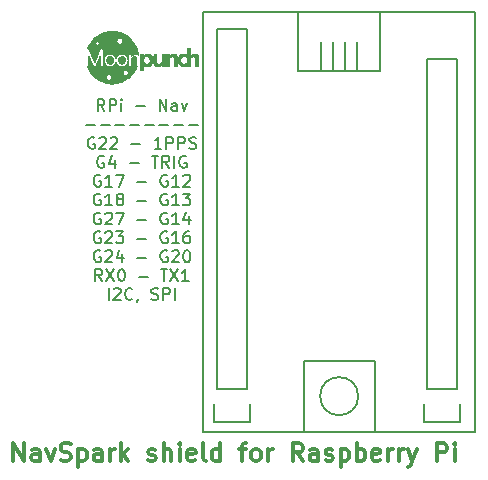
<source format=gto>
G04 #@! TF.FileFunction,Legend,Top*
%FSLAX46Y46*%
G04 Gerber Fmt 4.6, Leading zero omitted, Abs format (unit mm)*
G04 Created by KiCad (PCBNEW 4.0.1-stable) date Mon 21 Dec 2015 12:25:30 PM CST*
%MOMM*%
G01*
G04 APERTURE LIST*
%ADD10C,0.100000*%
%ADD11C,0.200000*%
%ADD12C,0.300000*%
%ADD13C,0.150000*%
%ADD14C,0.010000*%
G04 APERTURE END LIST*
D10*
D11*
X111633334Y-110852381D02*
X111300000Y-110376190D01*
X111061905Y-110852381D02*
X111061905Y-109852381D01*
X111442858Y-109852381D01*
X111538096Y-109900000D01*
X111585715Y-109947619D01*
X111633334Y-110042857D01*
X111633334Y-110185714D01*
X111585715Y-110280952D01*
X111538096Y-110328571D01*
X111442858Y-110376190D01*
X111061905Y-110376190D01*
X112061905Y-110852381D02*
X112061905Y-109852381D01*
X112442858Y-109852381D01*
X112538096Y-109900000D01*
X112585715Y-109947619D01*
X112633334Y-110042857D01*
X112633334Y-110185714D01*
X112585715Y-110280952D01*
X112538096Y-110328571D01*
X112442858Y-110376190D01*
X112061905Y-110376190D01*
X113061905Y-110852381D02*
X113061905Y-110185714D01*
X113061905Y-109852381D02*
X113014286Y-109900000D01*
X113061905Y-109947619D01*
X113109524Y-109900000D01*
X113061905Y-109852381D01*
X113061905Y-109947619D01*
X114300000Y-110471429D02*
X115061905Y-110471429D01*
X116300000Y-110852381D02*
X116300000Y-109852381D01*
X116871429Y-110852381D01*
X116871429Y-109852381D01*
X117776191Y-110852381D02*
X117776191Y-110328571D01*
X117728572Y-110233333D01*
X117633334Y-110185714D01*
X117442857Y-110185714D01*
X117347619Y-110233333D01*
X117776191Y-110804762D02*
X117680953Y-110852381D01*
X117442857Y-110852381D01*
X117347619Y-110804762D01*
X117300000Y-110709524D01*
X117300000Y-110614286D01*
X117347619Y-110519048D01*
X117442857Y-110471429D01*
X117680953Y-110471429D01*
X117776191Y-110423810D01*
X118157143Y-110185714D02*
X118395238Y-110852381D01*
X118633334Y-110185714D01*
X110085715Y-112071429D02*
X110847620Y-112071429D01*
X111323810Y-112071429D02*
X112085715Y-112071429D01*
X112561905Y-112071429D02*
X113323810Y-112071429D01*
X113800000Y-112071429D02*
X114561905Y-112071429D01*
X115038095Y-112071429D02*
X115800000Y-112071429D01*
X116276190Y-112071429D02*
X117038095Y-112071429D01*
X117514285Y-112071429D02*
X118276190Y-112071429D01*
X118752380Y-112071429D02*
X119514285Y-112071429D01*
X110776191Y-113100000D02*
X110680953Y-113052381D01*
X110538096Y-113052381D01*
X110395238Y-113100000D01*
X110300000Y-113195238D01*
X110252381Y-113290476D01*
X110204762Y-113480952D01*
X110204762Y-113623810D01*
X110252381Y-113814286D01*
X110300000Y-113909524D01*
X110395238Y-114004762D01*
X110538096Y-114052381D01*
X110633334Y-114052381D01*
X110776191Y-114004762D01*
X110823810Y-113957143D01*
X110823810Y-113623810D01*
X110633334Y-113623810D01*
X111204762Y-113147619D02*
X111252381Y-113100000D01*
X111347619Y-113052381D01*
X111585715Y-113052381D01*
X111680953Y-113100000D01*
X111728572Y-113147619D01*
X111776191Y-113242857D01*
X111776191Y-113338095D01*
X111728572Y-113480952D01*
X111157143Y-114052381D01*
X111776191Y-114052381D01*
X112157143Y-113147619D02*
X112204762Y-113100000D01*
X112300000Y-113052381D01*
X112538096Y-113052381D01*
X112633334Y-113100000D01*
X112680953Y-113147619D01*
X112728572Y-113242857D01*
X112728572Y-113338095D01*
X112680953Y-113480952D01*
X112109524Y-114052381D01*
X112728572Y-114052381D01*
X113919048Y-113671429D02*
X114680953Y-113671429D01*
X116442858Y-114052381D02*
X115871429Y-114052381D01*
X116157143Y-114052381D02*
X116157143Y-113052381D01*
X116061905Y-113195238D01*
X115966667Y-113290476D01*
X115871429Y-113338095D01*
X116871429Y-114052381D02*
X116871429Y-113052381D01*
X117252382Y-113052381D01*
X117347620Y-113100000D01*
X117395239Y-113147619D01*
X117442858Y-113242857D01*
X117442858Y-113385714D01*
X117395239Y-113480952D01*
X117347620Y-113528571D01*
X117252382Y-113576190D01*
X116871429Y-113576190D01*
X117871429Y-114052381D02*
X117871429Y-113052381D01*
X118252382Y-113052381D01*
X118347620Y-113100000D01*
X118395239Y-113147619D01*
X118442858Y-113242857D01*
X118442858Y-113385714D01*
X118395239Y-113480952D01*
X118347620Y-113528571D01*
X118252382Y-113576190D01*
X117871429Y-113576190D01*
X118823810Y-114004762D02*
X118966667Y-114052381D01*
X119204763Y-114052381D01*
X119300001Y-114004762D01*
X119347620Y-113957143D01*
X119395239Y-113861905D01*
X119395239Y-113766667D01*
X119347620Y-113671429D01*
X119300001Y-113623810D01*
X119204763Y-113576190D01*
X119014286Y-113528571D01*
X118919048Y-113480952D01*
X118871429Y-113433333D01*
X118823810Y-113338095D01*
X118823810Y-113242857D01*
X118871429Y-113147619D01*
X118919048Y-113100000D01*
X119014286Y-113052381D01*
X119252382Y-113052381D01*
X119395239Y-113100000D01*
X111585715Y-114700000D02*
X111490477Y-114652381D01*
X111347620Y-114652381D01*
X111204762Y-114700000D01*
X111109524Y-114795238D01*
X111061905Y-114890476D01*
X111014286Y-115080952D01*
X111014286Y-115223810D01*
X111061905Y-115414286D01*
X111109524Y-115509524D01*
X111204762Y-115604762D01*
X111347620Y-115652381D01*
X111442858Y-115652381D01*
X111585715Y-115604762D01*
X111633334Y-115557143D01*
X111633334Y-115223810D01*
X111442858Y-115223810D01*
X112490477Y-114985714D02*
X112490477Y-115652381D01*
X112252381Y-114604762D02*
X112014286Y-115319048D01*
X112633334Y-115319048D01*
X113776191Y-115271429D02*
X114538096Y-115271429D01*
X115633334Y-114652381D02*
X116204763Y-114652381D01*
X115919048Y-115652381D02*
X115919048Y-114652381D01*
X117109525Y-115652381D02*
X116776191Y-115176190D01*
X116538096Y-115652381D02*
X116538096Y-114652381D01*
X116919049Y-114652381D01*
X117014287Y-114700000D01*
X117061906Y-114747619D01*
X117109525Y-114842857D01*
X117109525Y-114985714D01*
X117061906Y-115080952D01*
X117014287Y-115128571D01*
X116919049Y-115176190D01*
X116538096Y-115176190D01*
X117538096Y-115652381D02*
X117538096Y-114652381D01*
X118538096Y-114700000D02*
X118442858Y-114652381D01*
X118300001Y-114652381D01*
X118157143Y-114700000D01*
X118061905Y-114795238D01*
X118014286Y-114890476D01*
X117966667Y-115080952D01*
X117966667Y-115223810D01*
X118014286Y-115414286D01*
X118061905Y-115509524D01*
X118157143Y-115604762D01*
X118300001Y-115652381D01*
X118395239Y-115652381D01*
X118538096Y-115604762D01*
X118585715Y-115557143D01*
X118585715Y-115223810D01*
X118395239Y-115223810D01*
X111276191Y-116300000D02*
X111180953Y-116252381D01*
X111038096Y-116252381D01*
X110895238Y-116300000D01*
X110800000Y-116395238D01*
X110752381Y-116490476D01*
X110704762Y-116680952D01*
X110704762Y-116823810D01*
X110752381Y-117014286D01*
X110800000Y-117109524D01*
X110895238Y-117204762D01*
X111038096Y-117252381D01*
X111133334Y-117252381D01*
X111276191Y-117204762D01*
X111323810Y-117157143D01*
X111323810Y-116823810D01*
X111133334Y-116823810D01*
X112276191Y-117252381D02*
X111704762Y-117252381D01*
X111990476Y-117252381D02*
X111990476Y-116252381D01*
X111895238Y-116395238D01*
X111800000Y-116490476D01*
X111704762Y-116538095D01*
X112609524Y-116252381D02*
X113276191Y-116252381D01*
X112847619Y-117252381D01*
X114419048Y-116871429D02*
X115180953Y-116871429D01*
X116942858Y-116300000D02*
X116847620Y-116252381D01*
X116704763Y-116252381D01*
X116561905Y-116300000D01*
X116466667Y-116395238D01*
X116419048Y-116490476D01*
X116371429Y-116680952D01*
X116371429Y-116823810D01*
X116419048Y-117014286D01*
X116466667Y-117109524D01*
X116561905Y-117204762D01*
X116704763Y-117252381D01*
X116800001Y-117252381D01*
X116942858Y-117204762D01*
X116990477Y-117157143D01*
X116990477Y-116823810D01*
X116800001Y-116823810D01*
X117942858Y-117252381D02*
X117371429Y-117252381D01*
X117657143Y-117252381D02*
X117657143Y-116252381D01*
X117561905Y-116395238D01*
X117466667Y-116490476D01*
X117371429Y-116538095D01*
X118323810Y-116347619D02*
X118371429Y-116300000D01*
X118466667Y-116252381D01*
X118704763Y-116252381D01*
X118800001Y-116300000D01*
X118847620Y-116347619D01*
X118895239Y-116442857D01*
X118895239Y-116538095D01*
X118847620Y-116680952D01*
X118276191Y-117252381D01*
X118895239Y-117252381D01*
X111276191Y-117900000D02*
X111180953Y-117852381D01*
X111038096Y-117852381D01*
X110895238Y-117900000D01*
X110800000Y-117995238D01*
X110752381Y-118090476D01*
X110704762Y-118280952D01*
X110704762Y-118423810D01*
X110752381Y-118614286D01*
X110800000Y-118709524D01*
X110895238Y-118804762D01*
X111038096Y-118852381D01*
X111133334Y-118852381D01*
X111276191Y-118804762D01*
X111323810Y-118757143D01*
X111323810Y-118423810D01*
X111133334Y-118423810D01*
X112276191Y-118852381D02*
X111704762Y-118852381D01*
X111990476Y-118852381D02*
X111990476Y-117852381D01*
X111895238Y-117995238D01*
X111800000Y-118090476D01*
X111704762Y-118138095D01*
X112847619Y-118280952D02*
X112752381Y-118233333D01*
X112704762Y-118185714D01*
X112657143Y-118090476D01*
X112657143Y-118042857D01*
X112704762Y-117947619D01*
X112752381Y-117900000D01*
X112847619Y-117852381D01*
X113038096Y-117852381D01*
X113133334Y-117900000D01*
X113180953Y-117947619D01*
X113228572Y-118042857D01*
X113228572Y-118090476D01*
X113180953Y-118185714D01*
X113133334Y-118233333D01*
X113038096Y-118280952D01*
X112847619Y-118280952D01*
X112752381Y-118328571D01*
X112704762Y-118376190D01*
X112657143Y-118471429D01*
X112657143Y-118661905D01*
X112704762Y-118757143D01*
X112752381Y-118804762D01*
X112847619Y-118852381D01*
X113038096Y-118852381D01*
X113133334Y-118804762D01*
X113180953Y-118757143D01*
X113228572Y-118661905D01*
X113228572Y-118471429D01*
X113180953Y-118376190D01*
X113133334Y-118328571D01*
X113038096Y-118280952D01*
X114419048Y-118471429D02*
X115180953Y-118471429D01*
X116942858Y-117900000D02*
X116847620Y-117852381D01*
X116704763Y-117852381D01*
X116561905Y-117900000D01*
X116466667Y-117995238D01*
X116419048Y-118090476D01*
X116371429Y-118280952D01*
X116371429Y-118423810D01*
X116419048Y-118614286D01*
X116466667Y-118709524D01*
X116561905Y-118804762D01*
X116704763Y-118852381D01*
X116800001Y-118852381D01*
X116942858Y-118804762D01*
X116990477Y-118757143D01*
X116990477Y-118423810D01*
X116800001Y-118423810D01*
X117942858Y-118852381D02*
X117371429Y-118852381D01*
X117657143Y-118852381D02*
X117657143Y-117852381D01*
X117561905Y-117995238D01*
X117466667Y-118090476D01*
X117371429Y-118138095D01*
X118276191Y-117852381D02*
X118895239Y-117852381D01*
X118561905Y-118233333D01*
X118704763Y-118233333D01*
X118800001Y-118280952D01*
X118847620Y-118328571D01*
X118895239Y-118423810D01*
X118895239Y-118661905D01*
X118847620Y-118757143D01*
X118800001Y-118804762D01*
X118704763Y-118852381D01*
X118419048Y-118852381D01*
X118323810Y-118804762D01*
X118276191Y-118757143D01*
X111276191Y-119500000D02*
X111180953Y-119452381D01*
X111038096Y-119452381D01*
X110895238Y-119500000D01*
X110800000Y-119595238D01*
X110752381Y-119690476D01*
X110704762Y-119880952D01*
X110704762Y-120023810D01*
X110752381Y-120214286D01*
X110800000Y-120309524D01*
X110895238Y-120404762D01*
X111038096Y-120452381D01*
X111133334Y-120452381D01*
X111276191Y-120404762D01*
X111323810Y-120357143D01*
X111323810Y-120023810D01*
X111133334Y-120023810D01*
X111704762Y-119547619D02*
X111752381Y-119500000D01*
X111847619Y-119452381D01*
X112085715Y-119452381D01*
X112180953Y-119500000D01*
X112228572Y-119547619D01*
X112276191Y-119642857D01*
X112276191Y-119738095D01*
X112228572Y-119880952D01*
X111657143Y-120452381D01*
X112276191Y-120452381D01*
X112609524Y-119452381D02*
X113276191Y-119452381D01*
X112847619Y-120452381D01*
X114419048Y-120071429D02*
X115180953Y-120071429D01*
X116942858Y-119500000D02*
X116847620Y-119452381D01*
X116704763Y-119452381D01*
X116561905Y-119500000D01*
X116466667Y-119595238D01*
X116419048Y-119690476D01*
X116371429Y-119880952D01*
X116371429Y-120023810D01*
X116419048Y-120214286D01*
X116466667Y-120309524D01*
X116561905Y-120404762D01*
X116704763Y-120452381D01*
X116800001Y-120452381D01*
X116942858Y-120404762D01*
X116990477Y-120357143D01*
X116990477Y-120023810D01*
X116800001Y-120023810D01*
X117942858Y-120452381D02*
X117371429Y-120452381D01*
X117657143Y-120452381D02*
X117657143Y-119452381D01*
X117561905Y-119595238D01*
X117466667Y-119690476D01*
X117371429Y-119738095D01*
X118800001Y-119785714D02*
X118800001Y-120452381D01*
X118561905Y-119404762D02*
X118323810Y-120119048D01*
X118942858Y-120119048D01*
X111276191Y-121100000D02*
X111180953Y-121052381D01*
X111038096Y-121052381D01*
X110895238Y-121100000D01*
X110800000Y-121195238D01*
X110752381Y-121290476D01*
X110704762Y-121480952D01*
X110704762Y-121623810D01*
X110752381Y-121814286D01*
X110800000Y-121909524D01*
X110895238Y-122004762D01*
X111038096Y-122052381D01*
X111133334Y-122052381D01*
X111276191Y-122004762D01*
X111323810Y-121957143D01*
X111323810Y-121623810D01*
X111133334Y-121623810D01*
X111704762Y-121147619D02*
X111752381Y-121100000D01*
X111847619Y-121052381D01*
X112085715Y-121052381D01*
X112180953Y-121100000D01*
X112228572Y-121147619D01*
X112276191Y-121242857D01*
X112276191Y-121338095D01*
X112228572Y-121480952D01*
X111657143Y-122052381D01*
X112276191Y-122052381D01*
X112609524Y-121052381D02*
X113228572Y-121052381D01*
X112895238Y-121433333D01*
X113038096Y-121433333D01*
X113133334Y-121480952D01*
X113180953Y-121528571D01*
X113228572Y-121623810D01*
X113228572Y-121861905D01*
X113180953Y-121957143D01*
X113133334Y-122004762D01*
X113038096Y-122052381D01*
X112752381Y-122052381D01*
X112657143Y-122004762D01*
X112609524Y-121957143D01*
X114419048Y-121671429D02*
X115180953Y-121671429D01*
X116942858Y-121100000D02*
X116847620Y-121052381D01*
X116704763Y-121052381D01*
X116561905Y-121100000D01*
X116466667Y-121195238D01*
X116419048Y-121290476D01*
X116371429Y-121480952D01*
X116371429Y-121623810D01*
X116419048Y-121814286D01*
X116466667Y-121909524D01*
X116561905Y-122004762D01*
X116704763Y-122052381D01*
X116800001Y-122052381D01*
X116942858Y-122004762D01*
X116990477Y-121957143D01*
X116990477Y-121623810D01*
X116800001Y-121623810D01*
X117942858Y-122052381D02*
X117371429Y-122052381D01*
X117657143Y-122052381D02*
X117657143Y-121052381D01*
X117561905Y-121195238D01*
X117466667Y-121290476D01*
X117371429Y-121338095D01*
X118800001Y-121052381D02*
X118609524Y-121052381D01*
X118514286Y-121100000D01*
X118466667Y-121147619D01*
X118371429Y-121290476D01*
X118323810Y-121480952D01*
X118323810Y-121861905D01*
X118371429Y-121957143D01*
X118419048Y-122004762D01*
X118514286Y-122052381D01*
X118704763Y-122052381D01*
X118800001Y-122004762D01*
X118847620Y-121957143D01*
X118895239Y-121861905D01*
X118895239Y-121623810D01*
X118847620Y-121528571D01*
X118800001Y-121480952D01*
X118704763Y-121433333D01*
X118514286Y-121433333D01*
X118419048Y-121480952D01*
X118371429Y-121528571D01*
X118323810Y-121623810D01*
X111276191Y-122700000D02*
X111180953Y-122652381D01*
X111038096Y-122652381D01*
X110895238Y-122700000D01*
X110800000Y-122795238D01*
X110752381Y-122890476D01*
X110704762Y-123080952D01*
X110704762Y-123223810D01*
X110752381Y-123414286D01*
X110800000Y-123509524D01*
X110895238Y-123604762D01*
X111038096Y-123652381D01*
X111133334Y-123652381D01*
X111276191Y-123604762D01*
X111323810Y-123557143D01*
X111323810Y-123223810D01*
X111133334Y-123223810D01*
X111704762Y-122747619D02*
X111752381Y-122700000D01*
X111847619Y-122652381D01*
X112085715Y-122652381D01*
X112180953Y-122700000D01*
X112228572Y-122747619D01*
X112276191Y-122842857D01*
X112276191Y-122938095D01*
X112228572Y-123080952D01*
X111657143Y-123652381D01*
X112276191Y-123652381D01*
X113133334Y-122985714D02*
X113133334Y-123652381D01*
X112895238Y-122604762D02*
X112657143Y-123319048D01*
X113276191Y-123319048D01*
X114419048Y-123271429D02*
X115180953Y-123271429D01*
X116942858Y-122700000D02*
X116847620Y-122652381D01*
X116704763Y-122652381D01*
X116561905Y-122700000D01*
X116466667Y-122795238D01*
X116419048Y-122890476D01*
X116371429Y-123080952D01*
X116371429Y-123223810D01*
X116419048Y-123414286D01*
X116466667Y-123509524D01*
X116561905Y-123604762D01*
X116704763Y-123652381D01*
X116800001Y-123652381D01*
X116942858Y-123604762D01*
X116990477Y-123557143D01*
X116990477Y-123223810D01*
X116800001Y-123223810D01*
X117371429Y-122747619D02*
X117419048Y-122700000D01*
X117514286Y-122652381D01*
X117752382Y-122652381D01*
X117847620Y-122700000D01*
X117895239Y-122747619D01*
X117942858Y-122842857D01*
X117942858Y-122938095D01*
X117895239Y-123080952D01*
X117323810Y-123652381D01*
X117942858Y-123652381D01*
X118561905Y-122652381D02*
X118657144Y-122652381D01*
X118752382Y-122700000D01*
X118800001Y-122747619D01*
X118847620Y-122842857D01*
X118895239Y-123033333D01*
X118895239Y-123271429D01*
X118847620Y-123461905D01*
X118800001Y-123557143D01*
X118752382Y-123604762D01*
X118657144Y-123652381D01*
X118561905Y-123652381D01*
X118466667Y-123604762D01*
X118419048Y-123557143D01*
X118371429Y-123461905D01*
X118323810Y-123271429D01*
X118323810Y-123033333D01*
X118371429Y-122842857D01*
X118419048Y-122747619D01*
X118466667Y-122700000D01*
X118561905Y-122652381D01*
X111442857Y-125252381D02*
X111109523Y-124776190D01*
X110871428Y-125252381D02*
X110871428Y-124252381D01*
X111252381Y-124252381D01*
X111347619Y-124300000D01*
X111395238Y-124347619D01*
X111442857Y-124442857D01*
X111442857Y-124585714D01*
X111395238Y-124680952D01*
X111347619Y-124728571D01*
X111252381Y-124776190D01*
X110871428Y-124776190D01*
X111776190Y-124252381D02*
X112442857Y-125252381D01*
X112442857Y-124252381D02*
X111776190Y-125252381D01*
X113014285Y-124252381D02*
X113109524Y-124252381D01*
X113204762Y-124300000D01*
X113252381Y-124347619D01*
X113300000Y-124442857D01*
X113347619Y-124633333D01*
X113347619Y-124871429D01*
X113300000Y-125061905D01*
X113252381Y-125157143D01*
X113204762Y-125204762D01*
X113109524Y-125252381D01*
X113014285Y-125252381D01*
X112919047Y-125204762D01*
X112871428Y-125157143D01*
X112823809Y-125061905D01*
X112776190Y-124871429D01*
X112776190Y-124633333D01*
X112823809Y-124442857D01*
X112871428Y-124347619D01*
X112919047Y-124300000D01*
X113014285Y-124252381D01*
X114538095Y-124871429D02*
X115300000Y-124871429D01*
X116395238Y-124252381D02*
X116966667Y-124252381D01*
X116680952Y-125252381D02*
X116680952Y-124252381D01*
X117204762Y-124252381D02*
X117871429Y-125252381D01*
X117871429Y-124252381D02*
X117204762Y-125252381D01*
X118776191Y-125252381D02*
X118204762Y-125252381D01*
X118490476Y-125252381D02*
X118490476Y-124252381D01*
X118395238Y-124395238D01*
X118300000Y-124490476D01*
X118204762Y-124538095D01*
X111990477Y-126852381D02*
X111990477Y-125852381D01*
X112419048Y-125947619D02*
X112466667Y-125900000D01*
X112561905Y-125852381D01*
X112800001Y-125852381D01*
X112895239Y-125900000D01*
X112942858Y-125947619D01*
X112990477Y-126042857D01*
X112990477Y-126138095D01*
X112942858Y-126280952D01*
X112371429Y-126852381D01*
X112990477Y-126852381D01*
X113990477Y-126757143D02*
X113942858Y-126804762D01*
X113800001Y-126852381D01*
X113704763Y-126852381D01*
X113561905Y-126804762D01*
X113466667Y-126709524D01*
X113419048Y-126614286D01*
X113371429Y-126423810D01*
X113371429Y-126280952D01*
X113419048Y-126090476D01*
X113466667Y-125995238D01*
X113561905Y-125900000D01*
X113704763Y-125852381D01*
X113800001Y-125852381D01*
X113942858Y-125900000D01*
X113990477Y-125947619D01*
X114466667Y-126804762D02*
X114466667Y-126852381D01*
X114419048Y-126947619D01*
X114371429Y-126995238D01*
X115609524Y-126804762D02*
X115752381Y-126852381D01*
X115990477Y-126852381D01*
X116085715Y-126804762D01*
X116133334Y-126757143D01*
X116180953Y-126661905D01*
X116180953Y-126566667D01*
X116133334Y-126471429D01*
X116085715Y-126423810D01*
X115990477Y-126376190D01*
X115800000Y-126328571D01*
X115704762Y-126280952D01*
X115657143Y-126233333D01*
X115609524Y-126138095D01*
X115609524Y-126042857D01*
X115657143Y-125947619D01*
X115704762Y-125900000D01*
X115800000Y-125852381D01*
X116038096Y-125852381D01*
X116180953Y-125900000D01*
X116609524Y-126852381D02*
X116609524Y-125852381D01*
X116990477Y-125852381D01*
X117085715Y-125900000D01*
X117133334Y-125947619D01*
X117180953Y-126042857D01*
X117180953Y-126185714D01*
X117133334Y-126280952D01*
X117085715Y-126328571D01*
X116990477Y-126376190D01*
X116609524Y-126376190D01*
X117609524Y-126852381D02*
X117609524Y-125852381D01*
D12*
X103921429Y-140478571D02*
X103921429Y-138978571D01*
X104778572Y-140478571D01*
X104778572Y-138978571D01*
X106135715Y-140478571D02*
X106135715Y-139692857D01*
X106064286Y-139550000D01*
X105921429Y-139478571D01*
X105635715Y-139478571D01*
X105492858Y-139550000D01*
X106135715Y-140407143D02*
X105992858Y-140478571D01*
X105635715Y-140478571D01*
X105492858Y-140407143D01*
X105421429Y-140264286D01*
X105421429Y-140121429D01*
X105492858Y-139978571D01*
X105635715Y-139907143D01*
X105992858Y-139907143D01*
X106135715Y-139835714D01*
X106707144Y-139478571D02*
X107064287Y-140478571D01*
X107421429Y-139478571D01*
X107921429Y-140407143D02*
X108135715Y-140478571D01*
X108492858Y-140478571D01*
X108635715Y-140407143D01*
X108707144Y-140335714D01*
X108778572Y-140192857D01*
X108778572Y-140050000D01*
X108707144Y-139907143D01*
X108635715Y-139835714D01*
X108492858Y-139764286D01*
X108207144Y-139692857D01*
X108064286Y-139621429D01*
X107992858Y-139550000D01*
X107921429Y-139407143D01*
X107921429Y-139264286D01*
X107992858Y-139121429D01*
X108064286Y-139050000D01*
X108207144Y-138978571D01*
X108564286Y-138978571D01*
X108778572Y-139050000D01*
X109421429Y-139478571D02*
X109421429Y-140978571D01*
X109421429Y-139550000D02*
X109564286Y-139478571D01*
X109850000Y-139478571D01*
X109992857Y-139550000D01*
X110064286Y-139621429D01*
X110135715Y-139764286D01*
X110135715Y-140192857D01*
X110064286Y-140335714D01*
X109992857Y-140407143D01*
X109850000Y-140478571D01*
X109564286Y-140478571D01*
X109421429Y-140407143D01*
X111421429Y-140478571D02*
X111421429Y-139692857D01*
X111350000Y-139550000D01*
X111207143Y-139478571D01*
X110921429Y-139478571D01*
X110778572Y-139550000D01*
X111421429Y-140407143D02*
X111278572Y-140478571D01*
X110921429Y-140478571D01*
X110778572Y-140407143D01*
X110707143Y-140264286D01*
X110707143Y-140121429D01*
X110778572Y-139978571D01*
X110921429Y-139907143D01*
X111278572Y-139907143D01*
X111421429Y-139835714D01*
X112135715Y-140478571D02*
X112135715Y-139478571D01*
X112135715Y-139764286D02*
X112207143Y-139621429D01*
X112278572Y-139550000D01*
X112421429Y-139478571D01*
X112564286Y-139478571D01*
X113064286Y-140478571D02*
X113064286Y-138978571D01*
X113207143Y-139907143D02*
X113635714Y-140478571D01*
X113635714Y-139478571D02*
X113064286Y-140050000D01*
X115350000Y-140407143D02*
X115492857Y-140478571D01*
X115778572Y-140478571D01*
X115921429Y-140407143D01*
X115992857Y-140264286D01*
X115992857Y-140192857D01*
X115921429Y-140050000D01*
X115778572Y-139978571D01*
X115564286Y-139978571D01*
X115421429Y-139907143D01*
X115350000Y-139764286D01*
X115350000Y-139692857D01*
X115421429Y-139550000D01*
X115564286Y-139478571D01*
X115778572Y-139478571D01*
X115921429Y-139550000D01*
X116635715Y-140478571D02*
X116635715Y-138978571D01*
X117278572Y-140478571D02*
X117278572Y-139692857D01*
X117207143Y-139550000D01*
X117064286Y-139478571D01*
X116850001Y-139478571D01*
X116707143Y-139550000D01*
X116635715Y-139621429D01*
X117992858Y-140478571D02*
X117992858Y-139478571D01*
X117992858Y-138978571D02*
X117921429Y-139050000D01*
X117992858Y-139121429D01*
X118064286Y-139050000D01*
X117992858Y-138978571D01*
X117992858Y-139121429D01*
X119278572Y-140407143D02*
X119135715Y-140478571D01*
X118850001Y-140478571D01*
X118707144Y-140407143D01*
X118635715Y-140264286D01*
X118635715Y-139692857D01*
X118707144Y-139550000D01*
X118850001Y-139478571D01*
X119135715Y-139478571D01*
X119278572Y-139550000D01*
X119350001Y-139692857D01*
X119350001Y-139835714D01*
X118635715Y-139978571D01*
X120207144Y-140478571D02*
X120064286Y-140407143D01*
X119992858Y-140264286D01*
X119992858Y-138978571D01*
X121421429Y-140478571D02*
X121421429Y-138978571D01*
X121421429Y-140407143D02*
X121278572Y-140478571D01*
X120992858Y-140478571D01*
X120850000Y-140407143D01*
X120778572Y-140335714D01*
X120707143Y-140192857D01*
X120707143Y-139764286D01*
X120778572Y-139621429D01*
X120850000Y-139550000D01*
X120992858Y-139478571D01*
X121278572Y-139478571D01*
X121421429Y-139550000D01*
X123064286Y-139478571D02*
X123635715Y-139478571D01*
X123278572Y-140478571D02*
X123278572Y-139192857D01*
X123350000Y-139050000D01*
X123492858Y-138978571D01*
X123635715Y-138978571D01*
X124350001Y-140478571D02*
X124207143Y-140407143D01*
X124135715Y-140335714D01*
X124064286Y-140192857D01*
X124064286Y-139764286D01*
X124135715Y-139621429D01*
X124207143Y-139550000D01*
X124350001Y-139478571D01*
X124564286Y-139478571D01*
X124707143Y-139550000D01*
X124778572Y-139621429D01*
X124850001Y-139764286D01*
X124850001Y-140192857D01*
X124778572Y-140335714D01*
X124707143Y-140407143D01*
X124564286Y-140478571D01*
X124350001Y-140478571D01*
X125492858Y-140478571D02*
X125492858Y-139478571D01*
X125492858Y-139764286D02*
X125564286Y-139621429D01*
X125635715Y-139550000D01*
X125778572Y-139478571D01*
X125921429Y-139478571D01*
X128421429Y-140478571D02*
X127921429Y-139764286D01*
X127564286Y-140478571D02*
X127564286Y-138978571D01*
X128135714Y-138978571D01*
X128278572Y-139050000D01*
X128350000Y-139121429D01*
X128421429Y-139264286D01*
X128421429Y-139478571D01*
X128350000Y-139621429D01*
X128278572Y-139692857D01*
X128135714Y-139764286D01*
X127564286Y-139764286D01*
X129707143Y-140478571D02*
X129707143Y-139692857D01*
X129635714Y-139550000D01*
X129492857Y-139478571D01*
X129207143Y-139478571D01*
X129064286Y-139550000D01*
X129707143Y-140407143D02*
X129564286Y-140478571D01*
X129207143Y-140478571D01*
X129064286Y-140407143D01*
X128992857Y-140264286D01*
X128992857Y-140121429D01*
X129064286Y-139978571D01*
X129207143Y-139907143D01*
X129564286Y-139907143D01*
X129707143Y-139835714D01*
X130350000Y-140407143D02*
X130492857Y-140478571D01*
X130778572Y-140478571D01*
X130921429Y-140407143D01*
X130992857Y-140264286D01*
X130992857Y-140192857D01*
X130921429Y-140050000D01*
X130778572Y-139978571D01*
X130564286Y-139978571D01*
X130421429Y-139907143D01*
X130350000Y-139764286D01*
X130350000Y-139692857D01*
X130421429Y-139550000D01*
X130564286Y-139478571D01*
X130778572Y-139478571D01*
X130921429Y-139550000D01*
X131635715Y-139478571D02*
X131635715Y-140978571D01*
X131635715Y-139550000D02*
X131778572Y-139478571D01*
X132064286Y-139478571D01*
X132207143Y-139550000D01*
X132278572Y-139621429D01*
X132350001Y-139764286D01*
X132350001Y-140192857D01*
X132278572Y-140335714D01*
X132207143Y-140407143D01*
X132064286Y-140478571D01*
X131778572Y-140478571D01*
X131635715Y-140407143D01*
X132992858Y-140478571D02*
X132992858Y-138978571D01*
X132992858Y-139550000D02*
X133135715Y-139478571D01*
X133421429Y-139478571D01*
X133564286Y-139550000D01*
X133635715Y-139621429D01*
X133707144Y-139764286D01*
X133707144Y-140192857D01*
X133635715Y-140335714D01*
X133564286Y-140407143D01*
X133421429Y-140478571D01*
X133135715Y-140478571D01*
X132992858Y-140407143D01*
X134921429Y-140407143D02*
X134778572Y-140478571D01*
X134492858Y-140478571D01*
X134350001Y-140407143D01*
X134278572Y-140264286D01*
X134278572Y-139692857D01*
X134350001Y-139550000D01*
X134492858Y-139478571D01*
X134778572Y-139478571D01*
X134921429Y-139550000D01*
X134992858Y-139692857D01*
X134992858Y-139835714D01*
X134278572Y-139978571D01*
X135635715Y-140478571D02*
X135635715Y-139478571D01*
X135635715Y-139764286D02*
X135707143Y-139621429D01*
X135778572Y-139550000D01*
X135921429Y-139478571D01*
X136064286Y-139478571D01*
X136564286Y-140478571D02*
X136564286Y-139478571D01*
X136564286Y-139764286D02*
X136635714Y-139621429D01*
X136707143Y-139550000D01*
X136850000Y-139478571D01*
X136992857Y-139478571D01*
X137350000Y-139478571D02*
X137707143Y-140478571D01*
X138064285Y-139478571D02*
X137707143Y-140478571D01*
X137564285Y-140835714D01*
X137492857Y-140907143D01*
X137350000Y-140978571D01*
X139778571Y-140478571D02*
X139778571Y-138978571D01*
X140349999Y-138978571D01*
X140492857Y-139050000D01*
X140564285Y-139121429D01*
X140635714Y-139264286D01*
X140635714Y-139478571D01*
X140564285Y-139621429D01*
X140492857Y-139692857D01*
X140349999Y-139764286D01*
X139778571Y-139764286D01*
X141278571Y-140478571D02*
X141278571Y-139478571D01*
X141278571Y-138978571D02*
X141207142Y-139050000D01*
X141278571Y-139121429D01*
X141349999Y-139050000D01*
X141278571Y-138978571D01*
X141278571Y-139121429D01*
D11*
X133000000Y-107500000D02*
X133000000Y-105000000D01*
X132000000Y-107500000D02*
X132000000Y-105000000D01*
X131000000Y-107500000D02*
X131000000Y-105000000D01*
X130000000Y-107500000D02*
X130000000Y-105000000D01*
X135000000Y-107500000D02*
X135000000Y-102500000D01*
X128000000Y-107500000D02*
X135000000Y-107500000D01*
X128000000Y-102500000D02*
X128000000Y-107500000D01*
X133112452Y-135000000D02*
G75*
G03X133112452Y-135000000I-1612452J0D01*
G01*
X134500000Y-132000000D02*
X134500000Y-138000000D01*
X128500000Y-132000000D02*
X134500000Y-132000000D01*
X128500000Y-138000000D02*
X128500000Y-132000000D01*
X120000000Y-138000000D02*
X120000000Y-102500000D01*
X143000000Y-138000000D02*
X120000000Y-138000000D01*
X143000000Y-102500000D02*
X143000000Y-138000000D01*
X120000000Y-102500000D02*
X143000000Y-102500000D01*
D13*
X123698000Y-134366000D02*
X123698000Y-103886000D01*
X123698000Y-103886000D02*
X121158000Y-103886000D01*
X121158000Y-103886000D02*
X121158000Y-134366000D01*
X120878000Y-137186000D02*
X120878000Y-135636000D01*
X121158000Y-134366000D02*
X123698000Y-134366000D01*
X123978000Y-135636000D02*
X123978000Y-137186000D01*
X123978000Y-137186000D02*
X120878000Y-137186000D01*
X138938000Y-134366000D02*
X138938000Y-106426000D01*
X138938000Y-106426000D02*
X141478000Y-106426000D01*
X141478000Y-106426000D02*
X141478000Y-134366000D01*
X138658000Y-137186000D02*
X138658000Y-135636000D01*
X138938000Y-134366000D02*
X141478000Y-134366000D01*
X141758000Y-135636000D02*
X141758000Y-137186000D01*
X141758000Y-137186000D02*
X138658000Y-137186000D01*
D14*
G36*
X112407753Y-104078524D02*
X112518518Y-104088785D01*
X112628870Y-104104569D01*
X112703089Y-104118373D01*
X112811080Y-104143200D01*
X112917186Y-104173273D01*
X113021246Y-104208463D01*
X113123098Y-104248641D01*
X113222581Y-104293679D01*
X113319535Y-104343447D01*
X113413798Y-104397818D01*
X113505209Y-104456662D01*
X113593607Y-104519850D01*
X113678831Y-104587255D01*
X113760719Y-104658746D01*
X113839111Y-104734195D01*
X113913845Y-104813474D01*
X113984761Y-104896454D01*
X114051697Y-104983005D01*
X114114493Y-105073000D01*
X114172986Y-105166309D01*
X114227017Y-105262804D01*
X114276423Y-105362356D01*
X114286214Y-105383678D01*
X114326485Y-105478820D01*
X114362690Y-105577197D01*
X114394529Y-105677841D01*
X114421701Y-105779783D01*
X114443904Y-105882053D01*
X114448417Y-105906300D01*
X114451946Y-105926652D01*
X114455465Y-105948337D01*
X114458881Y-105970633D01*
X114462099Y-105992819D01*
X114465025Y-106014174D01*
X114467566Y-106033975D01*
X114469627Y-106051503D01*
X114471115Y-106066035D01*
X114471935Y-106076851D01*
X114471994Y-106083228D01*
X114471650Y-106084602D01*
X114468863Y-106083767D01*
X114463268Y-106079966D01*
X114457542Y-106075275D01*
X114432095Y-106056626D01*
X114401962Y-106041054D01*
X114367204Y-106028579D01*
X114327879Y-106019223D01*
X114284048Y-106013004D01*
X114272245Y-106011930D01*
X114231901Y-106010336D01*
X114194310Y-106012560D01*
X114157899Y-106018792D01*
X114121098Y-106029224D01*
X114116344Y-106030849D01*
X114097235Y-106038119D01*
X114076283Y-106047119D01*
X114055311Y-106056991D01*
X114036145Y-106066879D01*
X114021059Y-106075638D01*
X114014616Y-106079961D01*
X114004492Y-106087062D01*
X113991521Y-106096333D01*
X113976536Y-106107164D01*
X113960370Y-106118946D01*
X113943858Y-106131069D01*
X113927833Y-106142925D01*
X113913128Y-106153904D01*
X113900577Y-106163396D01*
X113892667Y-106169494D01*
X113872923Y-106184923D01*
X113869257Y-106172611D01*
X113865446Y-106158044D01*
X113861373Y-106139445D01*
X113857343Y-106118401D01*
X113853658Y-106096496D01*
X113850622Y-106075316D01*
X113850583Y-106075010D01*
X113848785Y-106062031D01*
X113847008Y-106051012D01*
X113845474Y-106043229D01*
X113844516Y-106040094D01*
X113843594Y-106039097D01*
X113841916Y-106038411D01*
X113839013Y-106038095D01*
X113834417Y-106038207D01*
X113827659Y-106038806D01*
X113818271Y-106039951D01*
X113805785Y-106041700D01*
X113789732Y-106044112D01*
X113769644Y-106047246D01*
X113745051Y-106051159D01*
X113715487Y-106055911D01*
X113706389Y-106057378D01*
X113677412Y-106062081D01*
X113653515Y-106066041D01*
X113634199Y-106069368D01*
X113618965Y-106072176D01*
X113607314Y-106074574D01*
X113598747Y-106076675D01*
X113592765Y-106078590D01*
X113588868Y-106080430D01*
X113586558Y-106082307D01*
X113585335Y-106084332D01*
X113585304Y-106084413D01*
X113585300Y-106088692D01*
X113586499Y-106097108D01*
X113588682Y-106108335D01*
X113590856Y-106117899D01*
X113599272Y-106155974D01*
X113607284Y-106198369D01*
X113614682Y-106243763D01*
X113621260Y-106290836D01*
X113626808Y-106338265D01*
X113628904Y-106359266D01*
X113630053Y-106375017D01*
X113631051Y-106396038D01*
X113631896Y-106421960D01*
X113632585Y-106452411D01*
X113633116Y-106487020D01*
X113633485Y-106525415D01*
X113633692Y-106567226D01*
X113633732Y-106612082D01*
X113633603Y-106659611D01*
X113633303Y-106709442D01*
X113632830Y-106761204D01*
X113632180Y-106814526D01*
X113632082Y-106821601D01*
X113631487Y-106866828D01*
X113631049Y-106906751D01*
X113630768Y-106941324D01*
X113630645Y-106970501D01*
X113630680Y-106994237D01*
X113630872Y-107012488D01*
X113631221Y-107025207D01*
X113631728Y-107032349D01*
X113631998Y-107033707D01*
X113636811Y-107040915D01*
X113642367Y-107044626D01*
X113646358Y-107045136D01*
X113655227Y-107045660D01*
X113668207Y-107046186D01*
X113684530Y-107046700D01*
X113703431Y-107047189D01*
X113724142Y-107047641D01*
X113745896Y-107048043D01*
X113767926Y-107048382D01*
X113789467Y-107048646D01*
X113809750Y-107048820D01*
X113828009Y-107048894D01*
X113843477Y-107048853D01*
X113855387Y-107048685D01*
X113862973Y-107048378D01*
X113863629Y-107048325D01*
X113865422Y-107048149D01*
X113867029Y-107047764D01*
X113868460Y-107046874D01*
X113869729Y-107045183D01*
X113870846Y-107042395D01*
X113871823Y-107038214D01*
X113872671Y-107032343D01*
X113873403Y-107024486D01*
X113874029Y-107014347D01*
X113874561Y-107001630D01*
X113875012Y-106986039D01*
X113875392Y-106967277D01*
X113875713Y-106945049D01*
X113875987Y-106919059D01*
X113876225Y-106889009D01*
X113876440Y-106854604D01*
X113876641Y-106815548D01*
X113876842Y-106771545D01*
X113877054Y-106722298D01*
X113877134Y-106703578D01*
X113877332Y-106652393D01*
X113877486Y-106606537D01*
X113877624Y-106565697D01*
X113877774Y-106529555D01*
X113877965Y-106497799D01*
X113878225Y-106470114D01*
X113878582Y-106446184D01*
X113879064Y-106425694D01*
X113879700Y-106408331D01*
X113880518Y-106393780D01*
X113881546Y-106381725D01*
X113882812Y-106371852D01*
X113884344Y-106363846D01*
X113886172Y-106357393D01*
X113888323Y-106352178D01*
X113890824Y-106347885D01*
X113893706Y-106344201D01*
X113896995Y-106340811D01*
X113900721Y-106337399D01*
X113904910Y-106333652D01*
X113909592Y-106329254D01*
X113910840Y-106328019D01*
X113928864Y-106311813D01*
X113951008Y-106294844D01*
X113975969Y-106277907D01*
X114002443Y-106261795D01*
X114029124Y-106247304D01*
X114054709Y-106235228D01*
X114077511Y-106226487D01*
X114087384Y-106223505D01*
X114096357Y-106221535D01*
X114106033Y-106220396D01*
X114118016Y-106219905D01*
X114133908Y-106219878D01*
X114135367Y-106219890D01*
X114166732Y-106221437D01*
X114193938Y-106225658D01*
X114217928Y-106232818D01*
X114239647Y-106243182D01*
X114255392Y-106253492D01*
X114271227Y-106268499D01*
X114284580Y-106288465D01*
X114295470Y-106313430D01*
X114303915Y-106343434D01*
X114307869Y-106364201D01*
X114309074Y-106374753D01*
X114310163Y-106390479D01*
X114311133Y-106410911D01*
X114311980Y-106435578D01*
X114312701Y-106464011D01*
X114313292Y-106495742D01*
X114313750Y-106530302D01*
X114314071Y-106567220D01*
X114314250Y-106606028D01*
X114314286Y-106646257D01*
X114314173Y-106687438D01*
X114313909Y-106729101D01*
X114313490Y-106770776D01*
X114312911Y-106811996D01*
X114312170Y-106852291D01*
X114311778Y-106870190D01*
X114311007Y-106904160D01*
X114310386Y-106932946D01*
X114309920Y-106957004D01*
X114309609Y-106976793D01*
X114309458Y-106992771D01*
X114309468Y-107005395D01*
X114309642Y-107015124D01*
X114309982Y-107022414D01*
X114310492Y-107027724D01*
X114311172Y-107031512D01*
X114312026Y-107034235D01*
X114312678Y-107035654D01*
X114316821Y-107042110D01*
X114321973Y-107045832D01*
X114329717Y-107047522D01*
X114340209Y-107047889D01*
X114348184Y-107048297D01*
X114353203Y-107049340D01*
X114354089Y-107050124D01*
X114352990Y-107055010D01*
X114349877Y-107064379D01*
X114345026Y-107077558D01*
X114338715Y-107093870D01*
X114331219Y-107112642D01*
X114322816Y-107133197D01*
X114313782Y-107154862D01*
X114304394Y-107176961D01*
X114294929Y-107198820D01*
X114285662Y-107219763D01*
X114276872Y-107239115D01*
X114274751Y-107243690D01*
X114225683Y-107342381D01*
X114171625Y-107438591D01*
X114112757Y-107532097D01*
X114049263Y-107622675D01*
X113981323Y-107710104D01*
X113909121Y-107794161D01*
X113832838Y-107874622D01*
X113752656Y-107951265D01*
X113668758Y-108023866D01*
X113582211Y-108091545D01*
X113491316Y-108155573D01*
X113397611Y-108214791D01*
X113301309Y-108269131D01*
X113202621Y-108318522D01*
X113101758Y-108362897D01*
X112998932Y-108402185D01*
X112894354Y-108436317D01*
X112788236Y-108465225D01*
X112680789Y-108488839D01*
X112572225Y-108507090D01*
X112462754Y-108519908D01*
X112352588Y-108527225D01*
X112245889Y-108529005D01*
X112225487Y-108528819D01*
X112205884Y-108528587D01*
X112188139Y-108528328D01*
X112173309Y-108528058D01*
X112162454Y-108527792D01*
X112158400Y-108527646D01*
X112046289Y-108519812D01*
X111934919Y-108506401D01*
X111824457Y-108487453D01*
X111715069Y-108463008D01*
X111606919Y-108433102D01*
X111500175Y-108397777D01*
X111395000Y-108357070D01*
X111349834Y-108337715D01*
X111328780Y-108328107D01*
X111304001Y-108316273D01*
X111276659Y-108302812D01*
X111247919Y-108288318D01*
X111218944Y-108273388D01*
X111190896Y-108258619D01*
X111164940Y-108244606D01*
X111142238Y-108231947D01*
X111132522Y-108226340D01*
X111095627Y-108204037D01*
X111056269Y-108178975D01*
X111015562Y-108151932D01*
X110974617Y-108123686D01*
X110934547Y-108095016D01*
X110896464Y-108066699D01*
X110861481Y-108039513D01*
X110837600Y-108020045D01*
X110801143Y-107988817D01*
X110793570Y-107982044D01*
X111742855Y-107982044D01*
X111745221Y-108018583D01*
X111752677Y-108052716D01*
X111765294Y-108084613D01*
X111783141Y-108114445D01*
X111806286Y-108142383D01*
X111809079Y-108145267D01*
X111836402Y-108169214D01*
X111866297Y-108188279D01*
X111898298Y-108202329D01*
X111931938Y-108211235D01*
X111966753Y-108214865D01*
X112002277Y-108213087D01*
X112030877Y-108207688D01*
X112064098Y-108196493D01*
X112094995Y-108180436D01*
X112123091Y-108159985D01*
X112147913Y-108135612D01*
X112168985Y-108107787D01*
X112185831Y-108076979D01*
X112197977Y-108043659D01*
X112198466Y-108041884D01*
X112202529Y-108021165D01*
X112204649Y-107997428D01*
X112204827Y-107972653D01*
X112203065Y-107948820D01*
X112199365Y-107927907D01*
X112198375Y-107924189D01*
X112185948Y-107890064D01*
X112169324Y-107859186D01*
X112148969Y-107831759D01*
X112125347Y-107807990D01*
X112098921Y-107788084D01*
X112070156Y-107772248D01*
X112039518Y-107760688D01*
X112007469Y-107753609D01*
X111974475Y-107751218D01*
X111941001Y-107753719D01*
X111907509Y-107761321D01*
X111874465Y-107774227D01*
X111867742Y-107777571D01*
X111836912Y-107796543D01*
X111809986Y-107819403D01*
X111787221Y-107845728D01*
X111768874Y-107875097D01*
X111755204Y-107907089D01*
X111746467Y-107941281D01*
X111742921Y-107977254D01*
X111742855Y-107982044D01*
X110793570Y-107982044D01*
X110763598Y-107955239D01*
X110725892Y-107920208D01*
X110688951Y-107884619D01*
X110653700Y-107849367D01*
X110621066Y-107815348D01*
X110591976Y-107783456D01*
X110586776Y-107777540D01*
X110515033Y-107691607D01*
X110456167Y-107614156D01*
X113156675Y-107614156D01*
X113160591Y-107649262D01*
X113163265Y-107661825D01*
X113167746Y-107675961D01*
X113174760Y-107692831D01*
X113183438Y-107710665D01*
X113192906Y-107727698D01*
X113202292Y-107742161D01*
X113204112Y-107744628D01*
X113224944Y-107767821D01*
X113249971Y-107788494D01*
X113278045Y-107805953D01*
X113308019Y-107819502D01*
X113338746Y-107828445D01*
X113344074Y-107829478D01*
X113356761Y-107830829D01*
X113373184Y-107831283D01*
X113391521Y-107830918D01*
X113409950Y-107829812D01*
X113426647Y-107828041D01*
X113439789Y-107825683D01*
X113441100Y-107825349D01*
X113458242Y-107819591D01*
X113477499Y-107811227D01*
X113496868Y-107801270D01*
X113514346Y-107790736D01*
X113525668Y-107782536D01*
X113551201Y-107758430D01*
X113572261Y-107731514D01*
X113588805Y-107702343D01*
X113600791Y-107671473D01*
X113608175Y-107639458D01*
X113610914Y-107606854D01*
X113608965Y-107574215D01*
X113602283Y-107542096D01*
X113590826Y-107511053D01*
X113574551Y-107481640D01*
X113553414Y-107454413D01*
X113551436Y-107452264D01*
X113524540Y-107427008D01*
X113495868Y-107407086D01*
X113465233Y-107392414D01*
X113432446Y-107382911D01*
X113397319Y-107378491D01*
X113383245Y-107378128D01*
X113348000Y-107380757D01*
X113314740Y-107388371D01*
X113283778Y-107400564D01*
X113255430Y-107416929D01*
X113230011Y-107437060D01*
X113207838Y-107460551D01*
X113189224Y-107486994D01*
X113174485Y-107515982D01*
X113163937Y-107547110D01*
X113157895Y-107579970D01*
X113156675Y-107614156D01*
X110456167Y-107614156D01*
X110448599Y-107604200D01*
X110387250Y-107514969D01*
X110330764Y-107423562D01*
X110278917Y-107329631D01*
X110231487Y-107232822D01*
X110210634Y-107186178D01*
X110203143Y-107168624D01*
X110195350Y-107149858D01*
X110187534Y-107130606D01*
X110179976Y-107111593D01*
X110172954Y-107093544D01*
X110166748Y-107077185D01*
X110161637Y-107063241D01*
X110157901Y-107052438D01*
X110155820Y-107045502D01*
X110155561Y-107043187D01*
X110158646Y-107042968D01*
X110166412Y-107043141D01*
X110177911Y-107043665D01*
X110192195Y-107044500D01*
X110204454Y-107045324D01*
X110222209Y-107046529D01*
X110235292Y-107047236D01*
X110244653Y-107047421D01*
X110251243Y-107047065D01*
X110256013Y-107046146D01*
X110259915Y-107044642D01*
X110261111Y-107044046D01*
X110263485Y-107042868D01*
X110265615Y-107041720D01*
X110267508Y-107040308D01*
X110269175Y-107038334D01*
X110270623Y-107035503D01*
X110271863Y-107031517D01*
X110272904Y-107026083D01*
X110273753Y-107018901D01*
X110274421Y-107009678D01*
X110274916Y-106998116D01*
X110275248Y-106983920D01*
X110275426Y-106966793D01*
X110275458Y-106946438D01*
X110275354Y-106922560D01*
X110275123Y-106894863D01*
X110274773Y-106863050D01*
X110274315Y-106826826D01*
X110273756Y-106785893D01*
X110273107Y-106739956D01*
X110272376Y-106688718D01*
X110272252Y-106680020D01*
X110271370Y-106617812D01*
X110270572Y-106560999D01*
X110269857Y-106509334D01*
X110269224Y-106462567D01*
X110268672Y-106420450D01*
X110268200Y-106382735D01*
X110267806Y-106349175D01*
X110267490Y-106319519D01*
X110267251Y-106293520D01*
X110267088Y-106270930D01*
X110266999Y-106251500D01*
X110266983Y-106234981D01*
X110267039Y-106221126D01*
X110267167Y-106209687D01*
X110267365Y-106200414D01*
X110267632Y-106193059D01*
X110267967Y-106187374D01*
X110268369Y-106183111D01*
X110268837Y-106180022D01*
X110269369Y-106177857D01*
X110269965Y-106176369D01*
X110270068Y-106176174D01*
X110273732Y-106169471D01*
X110280203Y-106176174D01*
X110282670Y-106180004D01*
X110287087Y-106188413D01*
X110293469Y-106201441D01*
X110301835Y-106219125D01*
X110312200Y-106241502D01*
X110324583Y-106268612D01*
X110338999Y-106300491D01*
X110355466Y-106337178D01*
X110374000Y-106378710D01*
X110394619Y-106425125D01*
X110417339Y-106476461D01*
X110442177Y-106532756D01*
X110469151Y-106594048D01*
X110498276Y-106660374D01*
X110529570Y-106731773D01*
X110563050Y-106808282D01*
X110598733Y-106889940D01*
X110601772Y-106896900D01*
X110613942Y-106924636D01*
X110625578Y-106950899D01*
X110636464Y-106975219D01*
X110646384Y-106997125D01*
X110655123Y-107016146D01*
X110662463Y-107031811D01*
X110668190Y-107043649D01*
X110672086Y-107051191D01*
X110673831Y-107053899D01*
X110681244Y-107058006D01*
X110692772Y-107061239D01*
X110708735Y-107063635D01*
X110729450Y-107065235D01*
X110755235Y-107066075D01*
X110775511Y-107066233D01*
X110796030Y-107066161D01*
X110811787Y-107065903D01*
X110823665Y-107065399D01*
X110832546Y-107064585D01*
X110839312Y-107063400D01*
X110844844Y-107061783D01*
X110846208Y-107061276D01*
X110851900Y-107058897D01*
X110856113Y-107056217D01*
X110859636Y-107052172D01*
X110863259Y-107045697D01*
X110867772Y-107035729D01*
X110871328Y-107027410D01*
X110881758Y-107002649D01*
X110892599Y-106976536D01*
X110903460Y-106950045D01*
X110913950Y-106924147D01*
X110923675Y-106899814D01*
X110932245Y-106878018D01*
X110939268Y-106859731D01*
X110943179Y-106849192D01*
X110947601Y-106837444D01*
X110954038Y-106820980D01*
X110962290Y-106800280D01*
X110972158Y-106775821D01*
X110983443Y-106748080D01*
X110995946Y-106717536D01*
X111009469Y-106684667D01*
X111023812Y-106649949D01*
X111038776Y-106613861D01*
X111054163Y-106576881D01*
X111069773Y-106539487D01*
X111085408Y-106502156D01*
X111100868Y-106465366D01*
X111115954Y-106429595D01*
X111130468Y-106395320D01*
X111144210Y-106363020D01*
X111156982Y-106333173D01*
X111168584Y-106306255D01*
X111178818Y-106282745D01*
X111183642Y-106271778D01*
X111193992Y-106248438D01*
X111202387Y-106229776D01*
X111209113Y-106215283D01*
X111214450Y-106204456D01*
X111218682Y-106196786D01*
X111222091Y-106191769D01*
X111224961Y-106188899D01*
X111227575Y-106187668D01*
X111230214Y-106187572D01*
X111230667Y-106187630D01*
X111236945Y-106188522D01*
X111236485Y-106316933D01*
X111236274Y-106348739D01*
X111235868Y-106384714D01*
X111235295Y-106423388D01*
X111234581Y-106463290D01*
X111233753Y-106502950D01*
X111232837Y-106540897D01*
X111231861Y-106575660D01*
X111231613Y-106583633D01*
X111230594Y-106616658D01*
X111229505Y-106653898D01*
X111228385Y-106693924D01*
X111227271Y-106735309D01*
X111226202Y-106776623D01*
X111225216Y-106816439D01*
X111224350Y-106853329D01*
X111223977Y-106870089D01*
X111223237Y-106904492D01*
X111222654Y-106933709D01*
X111222263Y-106958197D01*
X111222098Y-106978413D01*
X111222191Y-106994813D01*
X111222576Y-107007854D01*
X111223288Y-107017994D01*
X111224359Y-107025689D01*
X111225823Y-107031396D01*
X111227715Y-107035573D01*
X111230067Y-107038675D01*
X111232913Y-107041159D01*
X111236288Y-107043484D01*
X111236764Y-107043797D01*
X111239676Y-107045429D01*
X111243188Y-107046551D01*
X111248133Y-107047179D01*
X111255343Y-107047329D01*
X111265651Y-107047018D01*
X111279889Y-107046261D01*
X111298889Y-107045074D01*
X111299795Y-107045015D01*
X111339837Y-107043134D01*
X111377423Y-107042925D01*
X111406278Y-107043872D01*
X111424574Y-107044697D01*
X111442715Y-107045414D01*
X111459215Y-107045970D01*
X111472586Y-107046314D01*
X111479199Y-107046400D01*
X111490496Y-107046297D01*
X111497711Y-107045609D01*
X111502405Y-107043913D01*
X111506137Y-107040787D01*
X111508126Y-107038559D01*
X111510857Y-107035082D01*
X111512739Y-107031399D01*
X111513929Y-107026434D01*
X111514582Y-107019114D01*
X111514856Y-107008364D01*
X111514907Y-106993112D01*
X111514906Y-106991992D01*
X111514771Y-106974588D01*
X111514394Y-106951973D01*
X111513788Y-106924575D01*
X111512966Y-106892824D01*
X111511941Y-106857146D01*
X111510724Y-106817970D01*
X111509330Y-106775724D01*
X111507770Y-106730837D01*
X111506057Y-106683735D01*
X111504838Y-106651366D01*
X111502421Y-106583166D01*
X111500509Y-106517912D01*
X111500339Y-106510255D01*
X111561146Y-106510255D01*
X111561316Y-106565967D01*
X111566779Y-106620749D01*
X111577410Y-106674210D01*
X111593083Y-106725958D01*
X111613670Y-106775604D01*
X111639046Y-106822756D01*
X111669085Y-106867023D01*
X111681489Y-106882754D01*
X111718710Y-106924171D01*
X111758173Y-106960422D01*
X111799963Y-106991557D01*
X111844164Y-107017624D01*
X111890860Y-107038674D01*
X111940134Y-107054756D01*
X111992073Y-107065920D01*
X111993378Y-107066132D01*
X112010408Y-107068089D01*
X112031677Y-107069317D01*
X112055831Y-107069845D01*
X112081517Y-107069702D01*
X112107379Y-107068916D01*
X112132065Y-107067517D01*
X112154219Y-107065532D01*
X112172487Y-107062991D01*
X112176377Y-107062254D01*
X112209612Y-107054411D01*
X112240610Y-107044626D01*
X112271627Y-107032114D01*
X112295278Y-107020958D01*
X112324117Y-107005579D01*
X112350350Y-106989130D01*
X112375363Y-106970599D01*
X112400545Y-106948969D01*
X112422563Y-106927944D01*
X112445903Y-106903956D01*
X112465706Y-106881609D01*
X112483145Y-106859437D01*
X112499398Y-106835979D01*
X112510240Y-106818761D01*
X112524803Y-106792941D01*
X112538448Y-106765110D01*
X112550516Y-106736821D01*
X112560350Y-106709628D01*
X112567290Y-106685084D01*
X112567737Y-106683116D01*
X112570265Y-106673937D01*
X112572774Y-106668292D01*
X112574825Y-106666741D01*
X112575978Y-106669848D01*
X112576089Y-106672450D01*
X112577121Y-106678839D01*
X112579962Y-106689341D01*
X112584226Y-106702868D01*
X112589531Y-106718332D01*
X112595491Y-106734645D01*
X112601724Y-106750718D01*
X112607844Y-106765463D01*
X112612734Y-106776271D01*
X112634046Y-106816153D01*
X112659123Y-106854169D01*
X112688538Y-106891091D01*
X112722865Y-106927691D01*
X112731059Y-106935706D01*
X112771008Y-106970527D01*
X112813302Y-107000214D01*
X112857954Y-107024773D01*
X112904978Y-107044212D01*
X112954388Y-107058536D01*
X113006127Y-107067744D01*
X113025064Y-107069393D01*
X113047858Y-107070212D01*
X113073033Y-107070251D01*
X113099118Y-107069555D01*
X113124638Y-107068174D01*
X113148119Y-107066155D01*
X113168089Y-107063546D01*
X113175245Y-107062252D01*
X113224032Y-107049915D01*
X113270043Y-107033076D01*
X113313659Y-107011519D01*
X113355258Y-106985031D01*
X113395221Y-106953397D01*
X113433928Y-106916403D01*
X113434273Y-106916044D01*
X113471095Y-106873915D01*
X113502741Y-106829615D01*
X113529246Y-106783057D01*
X113550648Y-106734156D01*
X113566980Y-106682827D01*
X113578280Y-106628984D01*
X113584582Y-106572541D01*
X113585546Y-106554000D01*
X113585170Y-106496489D01*
X113579566Y-106441104D01*
X113568731Y-106387827D01*
X113552659Y-106336641D01*
X113531347Y-106287529D01*
X113504790Y-106240475D01*
X113496459Y-106227733D01*
X113463836Y-106183898D01*
X113427885Y-106144109D01*
X113388927Y-106108631D01*
X113347287Y-106077729D01*
X113303289Y-106051670D01*
X113257255Y-106030720D01*
X113255868Y-106030181D01*
X113210240Y-106015412D01*
X113162104Y-106005147D01*
X113112351Y-105999386D01*
X113061873Y-105998129D01*
X113011561Y-106001374D01*
X112962307Y-106009122D01*
X112915002Y-106021371D01*
X112889012Y-106030460D01*
X112843546Y-106050991D01*
X112800143Y-106076483D01*
X112759184Y-106106509D01*
X112721049Y-106140641D01*
X112686118Y-106178453D01*
X112654771Y-106219519D01*
X112627388Y-106263410D01*
X112604349Y-106309701D01*
X112586035Y-106357963D01*
X112580251Y-106377242D01*
X112577253Y-106387039D01*
X112574659Y-106393727D01*
X112572872Y-106396336D01*
X112572451Y-106395955D01*
X112571071Y-106391621D01*
X112568451Y-106383207D01*
X112565001Y-106372032D01*
X112562056Y-106362442D01*
X112544572Y-106314563D01*
X112522188Y-106268439D01*
X112495318Y-106224522D01*
X112464379Y-106183264D01*
X112429785Y-106145119D01*
X112391952Y-106110537D01*
X112351297Y-106079973D01*
X112308233Y-106053877D01*
X112263178Y-106032702D01*
X112256801Y-106030181D01*
X112211438Y-106015496D01*
X112163525Y-106005259D01*
X112113973Y-105999469D01*
X112063696Y-105998127D01*
X112013606Y-106001233D01*
X111964618Y-106008788D01*
X111917643Y-106020791D01*
X111890825Y-106030120D01*
X111844226Y-106051118D01*
X111799831Y-106077178D01*
X111757955Y-106108043D01*
X111718910Y-106143457D01*
X111683010Y-106183162D01*
X111650756Y-106226622D01*
X111624173Y-106270366D01*
X111602470Y-106315291D01*
X111585467Y-106361977D01*
X111572979Y-106411000D01*
X111564826Y-106462937D01*
X111561146Y-106510255D01*
X111500339Y-106510255D01*
X111499103Y-106454712D01*
X111498203Y-106392673D01*
X111497809Y-106330901D01*
X111497922Y-106268504D01*
X111498540Y-106204587D01*
X111499665Y-106138258D01*
X111501296Y-106068624D01*
X111503434Y-105994791D01*
X111504942Y-105948633D01*
X111505992Y-105915979D01*
X111507050Y-105879913D01*
X111508081Y-105841933D01*
X111509045Y-105803541D01*
X111509905Y-105766235D01*
X111510624Y-105731517D01*
X111511164Y-105700886D01*
X111511180Y-105699896D01*
X111513016Y-105580981D01*
X111506184Y-105574150D01*
X111504424Y-105572474D01*
X111502449Y-105571073D01*
X111499727Y-105569894D01*
X111495724Y-105568887D01*
X111489908Y-105567998D01*
X111481746Y-105567176D01*
X111470704Y-105566369D01*
X111456251Y-105565525D01*
X111437853Y-105564592D01*
X111414977Y-105563518D01*
X111387091Y-105562252D01*
X111381529Y-105562001D01*
X111347091Y-105560525D01*
X111318071Y-105559447D01*
X111294509Y-105558770D01*
X111276445Y-105558493D01*
X111263918Y-105558617D01*
X111256969Y-105559145D01*
X111255969Y-105559385D01*
X111247999Y-105564813D01*
X111239489Y-105575588D01*
X111230600Y-105591459D01*
X111221491Y-105612172D01*
X111219979Y-105616036D01*
X111188353Y-105697863D01*
X111156307Y-105780288D01*
X111124057Y-105862764D01*
X111091823Y-105944744D01*
X111059822Y-106025679D01*
X111028273Y-106105023D01*
X110997393Y-106182228D01*
X110967402Y-106256745D01*
X110938518Y-106328029D01*
X110910957Y-106395531D01*
X110884940Y-106458703D01*
X110865862Y-106504611D01*
X110850406Y-106541533D01*
X110836898Y-106573560D01*
X110825180Y-106601033D01*
X110815094Y-106624294D01*
X110806483Y-106643685D01*
X110799189Y-106659547D01*
X110793054Y-106672222D01*
X110787921Y-106682053D01*
X110783632Y-106689380D01*
X110780030Y-106694546D01*
X110776956Y-106697892D01*
X110776527Y-106698261D01*
X110774936Y-106699447D01*
X110773354Y-106700083D01*
X110771637Y-106699875D01*
X110769645Y-106698530D01*
X110767235Y-106695753D01*
X110764265Y-106691252D01*
X110760593Y-106684733D01*
X110756078Y-106675901D01*
X110750576Y-106664464D01*
X110743946Y-106650128D01*
X110736046Y-106632598D01*
X110726735Y-106611582D01*
X110715868Y-106586785D01*
X110703306Y-106557914D01*
X110688906Y-106524676D01*
X110672525Y-106486776D01*
X110658291Y-106453811D01*
X110643451Y-106419570D01*
X110627411Y-106382809D01*
X110610313Y-106343843D01*
X110592299Y-106302984D01*
X110573513Y-106260547D01*
X110554097Y-106216847D01*
X110534193Y-106172196D01*
X110513944Y-106126910D01*
X110493492Y-106081302D01*
X110472980Y-106035686D01*
X110452550Y-105990377D01*
X110432344Y-105945688D01*
X110412506Y-105901934D01*
X110393177Y-105859428D01*
X110374501Y-105818484D01*
X110356619Y-105779417D01*
X110339674Y-105742541D01*
X110323808Y-105708170D01*
X110309165Y-105676617D01*
X110295886Y-105648197D01*
X110284114Y-105623223D01*
X110273992Y-105602011D01*
X110265662Y-105584874D01*
X110259266Y-105572125D01*
X110254947Y-105564080D01*
X110253698Y-105562047D01*
X110246027Y-105550700D01*
X110201736Y-105551348D01*
X110186646Y-105551520D01*
X110173764Y-105551573D01*
X110164043Y-105551512D01*
X110158437Y-105551339D01*
X110157445Y-105551183D01*
X110158418Y-105547879D01*
X110161093Y-105540299D01*
X110165102Y-105529416D01*
X110170077Y-105516207D01*
X110175651Y-105501645D01*
X110181456Y-105486706D01*
X110187125Y-105472363D01*
X110187964Y-105470266D01*
X110231361Y-105369516D01*
X110279992Y-105270721D01*
X110333723Y-105174101D01*
X110383930Y-105093500D01*
X110839366Y-105093500D01*
X110841960Y-105123754D01*
X110849743Y-105151786D01*
X110862714Y-105177594D01*
X110880872Y-105201175D01*
X110889458Y-105209863D01*
X110913470Y-105229055D01*
X110939321Y-105243039D01*
X110966672Y-105251717D01*
X110995182Y-105254987D01*
X111024511Y-105252749D01*
X111030922Y-105251532D01*
X111059028Y-105242853D01*
X111084882Y-105229380D01*
X111107890Y-105211674D01*
X111127460Y-105190296D01*
X111142998Y-105165804D01*
X111153909Y-105138760D01*
X111155170Y-105134294D01*
X111157897Y-105118816D01*
X111159083Y-105100229D01*
X111158733Y-105080854D01*
X111156849Y-105063010D01*
X111155020Y-105054136D01*
X111145486Y-105027924D01*
X111131324Y-105003387D01*
X111113315Y-104981522D01*
X111092241Y-104963325D01*
X111075818Y-104953163D01*
X111051822Y-104942497D01*
X111028350Y-104936308D01*
X111003314Y-104934072D01*
X110999878Y-104934044D01*
X110969734Y-104936535D01*
X110942062Y-104944074D01*
X110916614Y-104956765D01*
X110893143Y-104974707D01*
X110886974Y-104980604D01*
X110867287Y-105003556D01*
X110852976Y-105027861D01*
X110843841Y-105053991D01*
X110839683Y-105082421D01*
X110839366Y-105093500D01*
X110383930Y-105093500D01*
X110392418Y-105079874D01*
X110455939Y-104988258D01*
X110503383Y-104926506D01*
X112642319Y-104926506D01*
X112643052Y-104946760D01*
X112644615Y-104964881D01*
X112647008Y-104979325D01*
X112647692Y-104982022D01*
X112660546Y-105018344D01*
X112678046Y-105052033D01*
X112699819Y-105082625D01*
X112725492Y-105109655D01*
X112754692Y-105132660D01*
X112781419Y-105148405D01*
X112807467Y-105160306D01*
X112832249Y-105168553D01*
X112857507Y-105173523D01*
X112884985Y-105175598D01*
X112906289Y-105175534D01*
X112924502Y-105174797D01*
X112938902Y-105173580D01*
X112951316Y-105171638D01*
X112963571Y-105168725D01*
X112969650Y-105166993D01*
X113002403Y-105154805D01*
X113033648Y-105138332D01*
X113062260Y-105118302D01*
X113087112Y-105095443D01*
X113096004Y-105085361D01*
X113118291Y-105054257D01*
X113135418Y-105021651D01*
X113147518Y-104987992D01*
X113154730Y-104953724D01*
X113157188Y-104919297D01*
X113155029Y-104885157D01*
X113148388Y-104851752D01*
X113137402Y-104819528D01*
X113122206Y-104788932D01*
X113102937Y-104760413D01*
X113079731Y-104734417D01*
X113052723Y-104711392D01*
X113022049Y-104691784D01*
X112987846Y-104676041D01*
X112969650Y-104669815D01*
X112959439Y-104666843D01*
X112950567Y-104664745D01*
X112941663Y-104663373D01*
X112931354Y-104662576D01*
X112918269Y-104662204D01*
X112901035Y-104662106D01*
X112899234Y-104662105D01*
X112881553Y-104662186D01*
X112868146Y-104662528D01*
X112857641Y-104663282D01*
X112848667Y-104664596D01*
X112839854Y-104666622D01*
X112829832Y-104669508D01*
X112828901Y-104669791D01*
X112796660Y-104681431D01*
X112768154Y-104695821D01*
X112741773Y-104713890D01*
X112719557Y-104733086D01*
X112696578Y-104758341D01*
X112676556Y-104787628D01*
X112660153Y-104819825D01*
X112648033Y-104853805D01*
X112647692Y-104855022D01*
X112645103Y-104868377D01*
X112643345Y-104885771D01*
X112642417Y-104905662D01*
X112642319Y-104926506D01*
X110503383Y-104926506D01*
X110524153Y-104899474D01*
X110591588Y-104819744D01*
X110606858Y-104802930D01*
X110625313Y-104783319D01*
X110646129Y-104761730D01*
X110668479Y-104738988D01*
X110691541Y-104715913D01*
X110714488Y-104693327D01*
X110736497Y-104672053D01*
X110756742Y-104652913D01*
X110774400Y-104636728D01*
X110781658Y-104630299D01*
X110869474Y-104557196D01*
X110959477Y-104489274D01*
X111051772Y-104426471D01*
X111146462Y-104368721D01*
X111243652Y-104315960D01*
X111343446Y-104268125D01*
X111430267Y-104231342D01*
X111534389Y-104192815D01*
X111640170Y-104159626D01*
X111747380Y-104131798D01*
X111855788Y-104109349D01*
X111965166Y-104092301D01*
X112075281Y-104080674D01*
X112185904Y-104074489D01*
X112296805Y-104073765D01*
X112407753Y-104078524D01*
X112407753Y-104078524D01*
G37*
X112407753Y-104078524D02*
X112518518Y-104088785D01*
X112628870Y-104104569D01*
X112703089Y-104118373D01*
X112811080Y-104143200D01*
X112917186Y-104173273D01*
X113021246Y-104208463D01*
X113123098Y-104248641D01*
X113222581Y-104293679D01*
X113319535Y-104343447D01*
X113413798Y-104397818D01*
X113505209Y-104456662D01*
X113593607Y-104519850D01*
X113678831Y-104587255D01*
X113760719Y-104658746D01*
X113839111Y-104734195D01*
X113913845Y-104813474D01*
X113984761Y-104896454D01*
X114051697Y-104983005D01*
X114114493Y-105073000D01*
X114172986Y-105166309D01*
X114227017Y-105262804D01*
X114276423Y-105362356D01*
X114286214Y-105383678D01*
X114326485Y-105478820D01*
X114362690Y-105577197D01*
X114394529Y-105677841D01*
X114421701Y-105779783D01*
X114443904Y-105882053D01*
X114448417Y-105906300D01*
X114451946Y-105926652D01*
X114455465Y-105948337D01*
X114458881Y-105970633D01*
X114462099Y-105992819D01*
X114465025Y-106014174D01*
X114467566Y-106033975D01*
X114469627Y-106051503D01*
X114471115Y-106066035D01*
X114471935Y-106076851D01*
X114471994Y-106083228D01*
X114471650Y-106084602D01*
X114468863Y-106083767D01*
X114463268Y-106079966D01*
X114457542Y-106075275D01*
X114432095Y-106056626D01*
X114401962Y-106041054D01*
X114367204Y-106028579D01*
X114327879Y-106019223D01*
X114284048Y-106013004D01*
X114272245Y-106011930D01*
X114231901Y-106010336D01*
X114194310Y-106012560D01*
X114157899Y-106018792D01*
X114121098Y-106029224D01*
X114116344Y-106030849D01*
X114097235Y-106038119D01*
X114076283Y-106047119D01*
X114055311Y-106056991D01*
X114036145Y-106066879D01*
X114021059Y-106075638D01*
X114014616Y-106079961D01*
X114004492Y-106087062D01*
X113991521Y-106096333D01*
X113976536Y-106107164D01*
X113960370Y-106118946D01*
X113943858Y-106131069D01*
X113927833Y-106142925D01*
X113913128Y-106153904D01*
X113900577Y-106163396D01*
X113892667Y-106169494D01*
X113872923Y-106184923D01*
X113869257Y-106172611D01*
X113865446Y-106158044D01*
X113861373Y-106139445D01*
X113857343Y-106118401D01*
X113853658Y-106096496D01*
X113850622Y-106075316D01*
X113850583Y-106075010D01*
X113848785Y-106062031D01*
X113847008Y-106051012D01*
X113845474Y-106043229D01*
X113844516Y-106040094D01*
X113843594Y-106039097D01*
X113841916Y-106038411D01*
X113839013Y-106038095D01*
X113834417Y-106038207D01*
X113827659Y-106038806D01*
X113818271Y-106039951D01*
X113805785Y-106041700D01*
X113789732Y-106044112D01*
X113769644Y-106047246D01*
X113745051Y-106051159D01*
X113715487Y-106055911D01*
X113706389Y-106057378D01*
X113677412Y-106062081D01*
X113653515Y-106066041D01*
X113634199Y-106069368D01*
X113618965Y-106072176D01*
X113607314Y-106074574D01*
X113598747Y-106076675D01*
X113592765Y-106078590D01*
X113588868Y-106080430D01*
X113586558Y-106082307D01*
X113585335Y-106084332D01*
X113585304Y-106084413D01*
X113585300Y-106088692D01*
X113586499Y-106097108D01*
X113588682Y-106108335D01*
X113590856Y-106117899D01*
X113599272Y-106155974D01*
X113607284Y-106198369D01*
X113614682Y-106243763D01*
X113621260Y-106290836D01*
X113626808Y-106338265D01*
X113628904Y-106359266D01*
X113630053Y-106375017D01*
X113631051Y-106396038D01*
X113631896Y-106421960D01*
X113632585Y-106452411D01*
X113633116Y-106487020D01*
X113633485Y-106525415D01*
X113633692Y-106567226D01*
X113633732Y-106612082D01*
X113633603Y-106659611D01*
X113633303Y-106709442D01*
X113632830Y-106761204D01*
X113632180Y-106814526D01*
X113632082Y-106821601D01*
X113631487Y-106866828D01*
X113631049Y-106906751D01*
X113630768Y-106941324D01*
X113630645Y-106970501D01*
X113630680Y-106994237D01*
X113630872Y-107012488D01*
X113631221Y-107025207D01*
X113631728Y-107032349D01*
X113631998Y-107033707D01*
X113636811Y-107040915D01*
X113642367Y-107044626D01*
X113646358Y-107045136D01*
X113655227Y-107045660D01*
X113668207Y-107046186D01*
X113684530Y-107046700D01*
X113703431Y-107047189D01*
X113724142Y-107047641D01*
X113745896Y-107048043D01*
X113767926Y-107048382D01*
X113789467Y-107048646D01*
X113809750Y-107048820D01*
X113828009Y-107048894D01*
X113843477Y-107048853D01*
X113855387Y-107048685D01*
X113862973Y-107048378D01*
X113863629Y-107048325D01*
X113865422Y-107048149D01*
X113867029Y-107047764D01*
X113868460Y-107046874D01*
X113869729Y-107045183D01*
X113870846Y-107042395D01*
X113871823Y-107038214D01*
X113872671Y-107032343D01*
X113873403Y-107024486D01*
X113874029Y-107014347D01*
X113874561Y-107001630D01*
X113875012Y-106986039D01*
X113875392Y-106967277D01*
X113875713Y-106945049D01*
X113875987Y-106919059D01*
X113876225Y-106889009D01*
X113876440Y-106854604D01*
X113876641Y-106815548D01*
X113876842Y-106771545D01*
X113877054Y-106722298D01*
X113877134Y-106703578D01*
X113877332Y-106652393D01*
X113877486Y-106606537D01*
X113877624Y-106565697D01*
X113877774Y-106529555D01*
X113877965Y-106497799D01*
X113878225Y-106470114D01*
X113878582Y-106446184D01*
X113879064Y-106425694D01*
X113879700Y-106408331D01*
X113880518Y-106393780D01*
X113881546Y-106381725D01*
X113882812Y-106371852D01*
X113884344Y-106363846D01*
X113886172Y-106357393D01*
X113888323Y-106352178D01*
X113890824Y-106347885D01*
X113893706Y-106344201D01*
X113896995Y-106340811D01*
X113900721Y-106337399D01*
X113904910Y-106333652D01*
X113909592Y-106329254D01*
X113910840Y-106328019D01*
X113928864Y-106311813D01*
X113951008Y-106294844D01*
X113975969Y-106277907D01*
X114002443Y-106261795D01*
X114029124Y-106247304D01*
X114054709Y-106235228D01*
X114077511Y-106226487D01*
X114087384Y-106223505D01*
X114096357Y-106221535D01*
X114106033Y-106220396D01*
X114118016Y-106219905D01*
X114133908Y-106219878D01*
X114135367Y-106219890D01*
X114166732Y-106221437D01*
X114193938Y-106225658D01*
X114217928Y-106232818D01*
X114239647Y-106243182D01*
X114255392Y-106253492D01*
X114271227Y-106268499D01*
X114284580Y-106288465D01*
X114295470Y-106313430D01*
X114303915Y-106343434D01*
X114307869Y-106364201D01*
X114309074Y-106374753D01*
X114310163Y-106390479D01*
X114311133Y-106410911D01*
X114311980Y-106435578D01*
X114312701Y-106464011D01*
X114313292Y-106495742D01*
X114313750Y-106530302D01*
X114314071Y-106567220D01*
X114314250Y-106606028D01*
X114314286Y-106646257D01*
X114314173Y-106687438D01*
X114313909Y-106729101D01*
X114313490Y-106770776D01*
X114312911Y-106811996D01*
X114312170Y-106852291D01*
X114311778Y-106870190D01*
X114311007Y-106904160D01*
X114310386Y-106932946D01*
X114309920Y-106957004D01*
X114309609Y-106976793D01*
X114309458Y-106992771D01*
X114309468Y-107005395D01*
X114309642Y-107015124D01*
X114309982Y-107022414D01*
X114310492Y-107027724D01*
X114311172Y-107031512D01*
X114312026Y-107034235D01*
X114312678Y-107035654D01*
X114316821Y-107042110D01*
X114321973Y-107045832D01*
X114329717Y-107047522D01*
X114340209Y-107047889D01*
X114348184Y-107048297D01*
X114353203Y-107049340D01*
X114354089Y-107050124D01*
X114352990Y-107055010D01*
X114349877Y-107064379D01*
X114345026Y-107077558D01*
X114338715Y-107093870D01*
X114331219Y-107112642D01*
X114322816Y-107133197D01*
X114313782Y-107154862D01*
X114304394Y-107176961D01*
X114294929Y-107198820D01*
X114285662Y-107219763D01*
X114276872Y-107239115D01*
X114274751Y-107243690D01*
X114225683Y-107342381D01*
X114171625Y-107438591D01*
X114112757Y-107532097D01*
X114049263Y-107622675D01*
X113981323Y-107710104D01*
X113909121Y-107794161D01*
X113832838Y-107874622D01*
X113752656Y-107951265D01*
X113668758Y-108023866D01*
X113582211Y-108091545D01*
X113491316Y-108155573D01*
X113397611Y-108214791D01*
X113301309Y-108269131D01*
X113202621Y-108318522D01*
X113101758Y-108362897D01*
X112998932Y-108402185D01*
X112894354Y-108436317D01*
X112788236Y-108465225D01*
X112680789Y-108488839D01*
X112572225Y-108507090D01*
X112462754Y-108519908D01*
X112352588Y-108527225D01*
X112245889Y-108529005D01*
X112225487Y-108528819D01*
X112205884Y-108528587D01*
X112188139Y-108528328D01*
X112173309Y-108528058D01*
X112162454Y-108527792D01*
X112158400Y-108527646D01*
X112046289Y-108519812D01*
X111934919Y-108506401D01*
X111824457Y-108487453D01*
X111715069Y-108463008D01*
X111606919Y-108433102D01*
X111500175Y-108397777D01*
X111395000Y-108357070D01*
X111349834Y-108337715D01*
X111328780Y-108328107D01*
X111304001Y-108316273D01*
X111276659Y-108302812D01*
X111247919Y-108288318D01*
X111218944Y-108273388D01*
X111190896Y-108258619D01*
X111164940Y-108244606D01*
X111142238Y-108231947D01*
X111132522Y-108226340D01*
X111095627Y-108204037D01*
X111056269Y-108178975D01*
X111015562Y-108151932D01*
X110974617Y-108123686D01*
X110934547Y-108095016D01*
X110896464Y-108066699D01*
X110861481Y-108039513D01*
X110837600Y-108020045D01*
X110801143Y-107988817D01*
X110793570Y-107982044D01*
X111742855Y-107982044D01*
X111745221Y-108018583D01*
X111752677Y-108052716D01*
X111765294Y-108084613D01*
X111783141Y-108114445D01*
X111806286Y-108142383D01*
X111809079Y-108145267D01*
X111836402Y-108169214D01*
X111866297Y-108188279D01*
X111898298Y-108202329D01*
X111931938Y-108211235D01*
X111966753Y-108214865D01*
X112002277Y-108213087D01*
X112030877Y-108207688D01*
X112064098Y-108196493D01*
X112094995Y-108180436D01*
X112123091Y-108159985D01*
X112147913Y-108135612D01*
X112168985Y-108107787D01*
X112185831Y-108076979D01*
X112197977Y-108043659D01*
X112198466Y-108041884D01*
X112202529Y-108021165D01*
X112204649Y-107997428D01*
X112204827Y-107972653D01*
X112203065Y-107948820D01*
X112199365Y-107927907D01*
X112198375Y-107924189D01*
X112185948Y-107890064D01*
X112169324Y-107859186D01*
X112148969Y-107831759D01*
X112125347Y-107807990D01*
X112098921Y-107788084D01*
X112070156Y-107772248D01*
X112039518Y-107760688D01*
X112007469Y-107753609D01*
X111974475Y-107751218D01*
X111941001Y-107753719D01*
X111907509Y-107761321D01*
X111874465Y-107774227D01*
X111867742Y-107777571D01*
X111836912Y-107796543D01*
X111809986Y-107819403D01*
X111787221Y-107845728D01*
X111768874Y-107875097D01*
X111755204Y-107907089D01*
X111746467Y-107941281D01*
X111742921Y-107977254D01*
X111742855Y-107982044D01*
X110793570Y-107982044D01*
X110763598Y-107955239D01*
X110725892Y-107920208D01*
X110688951Y-107884619D01*
X110653700Y-107849367D01*
X110621066Y-107815348D01*
X110591976Y-107783456D01*
X110586776Y-107777540D01*
X110515033Y-107691607D01*
X110456167Y-107614156D01*
X113156675Y-107614156D01*
X113160591Y-107649262D01*
X113163265Y-107661825D01*
X113167746Y-107675961D01*
X113174760Y-107692831D01*
X113183438Y-107710665D01*
X113192906Y-107727698D01*
X113202292Y-107742161D01*
X113204112Y-107744628D01*
X113224944Y-107767821D01*
X113249971Y-107788494D01*
X113278045Y-107805953D01*
X113308019Y-107819502D01*
X113338746Y-107828445D01*
X113344074Y-107829478D01*
X113356761Y-107830829D01*
X113373184Y-107831283D01*
X113391521Y-107830918D01*
X113409950Y-107829812D01*
X113426647Y-107828041D01*
X113439789Y-107825683D01*
X113441100Y-107825349D01*
X113458242Y-107819591D01*
X113477499Y-107811227D01*
X113496868Y-107801270D01*
X113514346Y-107790736D01*
X113525668Y-107782536D01*
X113551201Y-107758430D01*
X113572261Y-107731514D01*
X113588805Y-107702343D01*
X113600791Y-107671473D01*
X113608175Y-107639458D01*
X113610914Y-107606854D01*
X113608965Y-107574215D01*
X113602283Y-107542096D01*
X113590826Y-107511053D01*
X113574551Y-107481640D01*
X113553414Y-107454413D01*
X113551436Y-107452264D01*
X113524540Y-107427008D01*
X113495868Y-107407086D01*
X113465233Y-107392414D01*
X113432446Y-107382911D01*
X113397319Y-107378491D01*
X113383245Y-107378128D01*
X113348000Y-107380757D01*
X113314740Y-107388371D01*
X113283778Y-107400564D01*
X113255430Y-107416929D01*
X113230011Y-107437060D01*
X113207838Y-107460551D01*
X113189224Y-107486994D01*
X113174485Y-107515982D01*
X113163937Y-107547110D01*
X113157895Y-107579970D01*
X113156675Y-107614156D01*
X110456167Y-107614156D01*
X110448599Y-107604200D01*
X110387250Y-107514969D01*
X110330764Y-107423562D01*
X110278917Y-107329631D01*
X110231487Y-107232822D01*
X110210634Y-107186178D01*
X110203143Y-107168624D01*
X110195350Y-107149858D01*
X110187534Y-107130606D01*
X110179976Y-107111593D01*
X110172954Y-107093544D01*
X110166748Y-107077185D01*
X110161637Y-107063241D01*
X110157901Y-107052438D01*
X110155820Y-107045502D01*
X110155561Y-107043187D01*
X110158646Y-107042968D01*
X110166412Y-107043141D01*
X110177911Y-107043665D01*
X110192195Y-107044500D01*
X110204454Y-107045324D01*
X110222209Y-107046529D01*
X110235292Y-107047236D01*
X110244653Y-107047421D01*
X110251243Y-107047065D01*
X110256013Y-107046146D01*
X110259915Y-107044642D01*
X110261111Y-107044046D01*
X110263485Y-107042868D01*
X110265615Y-107041720D01*
X110267508Y-107040308D01*
X110269175Y-107038334D01*
X110270623Y-107035503D01*
X110271863Y-107031517D01*
X110272904Y-107026083D01*
X110273753Y-107018901D01*
X110274421Y-107009678D01*
X110274916Y-106998116D01*
X110275248Y-106983920D01*
X110275426Y-106966793D01*
X110275458Y-106946438D01*
X110275354Y-106922560D01*
X110275123Y-106894863D01*
X110274773Y-106863050D01*
X110274315Y-106826826D01*
X110273756Y-106785893D01*
X110273107Y-106739956D01*
X110272376Y-106688718D01*
X110272252Y-106680020D01*
X110271370Y-106617812D01*
X110270572Y-106560999D01*
X110269857Y-106509334D01*
X110269224Y-106462567D01*
X110268672Y-106420450D01*
X110268200Y-106382735D01*
X110267806Y-106349175D01*
X110267490Y-106319519D01*
X110267251Y-106293520D01*
X110267088Y-106270930D01*
X110266999Y-106251500D01*
X110266983Y-106234981D01*
X110267039Y-106221126D01*
X110267167Y-106209687D01*
X110267365Y-106200414D01*
X110267632Y-106193059D01*
X110267967Y-106187374D01*
X110268369Y-106183111D01*
X110268837Y-106180022D01*
X110269369Y-106177857D01*
X110269965Y-106176369D01*
X110270068Y-106176174D01*
X110273732Y-106169471D01*
X110280203Y-106176174D01*
X110282670Y-106180004D01*
X110287087Y-106188413D01*
X110293469Y-106201441D01*
X110301835Y-106219125D01*
X110312200Y-106241502D01*
X110324583Y-106268612D01*
X110338999Y-106300491D01*
X110355466Y-106337178D01*
X110374000Y-106378710D01*
X110394619Y-106425125D01*
X110417339Y-106476461D01*
X110442177Y-106532756D01*
X110469151Y-106594048D01*
X110498276Y-106660374D01*
X110529570Y-106731773D01*
X110563050Y-106808282D01*
X110598733Y-106889940D01*
X110601772Y-106896900D01*
X110613942Y-106924636D01*
X110625578Y-106950899D01*
X110636464Y-106975219D01*
X110646384Y-106997125D01*
X110655123Y-107016146D01*
X110662463Y-107031811D01*
X110668190Y-107043649D01*
X110672086Y-107051191D01*
X110673831Y-107053899D01*
X110681244Y-107058006D01*
X110692772Y-107061239D01*
X110708735Y-107063635D01*
X110729450Y-107065235D01*
X110755235Y-107066075D01*
X110775511Y-107066233D01*
X110796030Y-107066161D01*
X110811787Y-107065903D01*
X110823665Y-107065399D01*
X110832546Y-107064585D01*
X110839312Y-107063400D01*
X110844844Y-107061783D01*
X110846208Y-107061276D01*
X110851900Y-107058897D01*
X110856113Y-107056217D01*
X110859636Y-107052172D01*
X110863259Y-107045697D01*
X110867772Y-107035729D01*
X110871328Y-107027410D01*
X110881758Y-107002649D01*
X110892599Y-106976536D01*
X110903460Y-106950045D01*
X110913950Y-106924147D01*
X110923675Y-106899814D01*
X110932245Y-106878018D01*
X110939268Y-106859731D01*
X110943179Y-106849192D01*
X110947601Y-106837444D01*
X110954038Y-106820980D01*
X110962290Y-106800280D01*
X110972158Y-106775821D01*
X110983443Y-106748080D01*
X110995946Y-106717536D01*
X111009469Y-106684667D01*
X111023812Y-106649949D01*
X111038776Y-106613861D01*
X111054163Y-106576881D01*
X111069773Y-106539487D01*
X111085408Y-106502156D01*
X111100868Y-106465366D01*
X111115954Y-106429595D01*
X111130468Y-106395320D01*
X111144210Y-106363020D01*
X111156982Y-106333173D01*
X111168584Y-106306255D01*
X111178818Y-106282745D01*
X111183642Y-106271778D01*
X111193992Y-106248438D01*
X111202387Y-106229776D01*
X111209113Y-106215283D01*
X111214450Y-106204456D01*
X111218682Y-106196786D01*
X111222091Y-106191769D01*
X111224961Y-106188899D01*
X111227575Y-106187668D01*
X111230214Y-106187572D01*
X111230667Y-106187630D01*
X111236945Y-106188522D01*
X111236485Y-106316933D01*
X111236274Y-106348739D01*
X111235868Y-106384714D01*
X111235295Y-106423388D01*
X111234581Y-106463290D01*
X111233753Y-106502950D01*
X111232837Y-106540897D01*
X111231861Y-106575660D01*
X111231613Y-106583633D01*
X111230594Y-106616658D01*
X111229505Y-106653898D01*
X111228385Y-106693924D01*
X111227271Y-106735309D01*
X111226202Y-106776623D01*
X111225216Y-106816439D01*
X111224350Y-106853329D01*
X111223977Y-106870089D01*
X111223237Y-106904492D01*
X111222654Y-106933709D01*
X111222263Y-106958197D01*
X111222098Y-106978413D01*
X111222191Y-106994813D01*
X111222576Y-107007854D01*
X111223288Y-107017994D01*
X111224359Y-107025689D01*
X111225823Y-107031396D01*
X111227715Y-107035573D01*
X111230067Y-107038675D01*
X111232913Y-107041159D01*
X111236288Y-107043484D01*
X111236764Y-107043797D01*
X111239676Y-107045429D01*
X111243188Y-107046551D01*
X111248133Y-107047179D01*
X111255343Y-107047329D01*
X111265651Y-107047018D01*
X111279889Y-107046261D01*
X111298889Y-107045074D01*
X111299795Y-107045015D01*
X111339837Y-107043134D01*
X111377423Y-107042925D01*
X111406278Y-107043872D01*
X111424574Y-107044697D01*
X111442715Y-107045414D01*
X111459215Y-107045970D01*
X111472586Y-107046314D01*
X111479199Y-107046400D01*
X111490496Y-107046297D01*
X111497711Y-107045609D01*
X111502405Y-107043913D01*
X111506137Y-107040787D01*
X111508126Y-107038559D01*
X111510857Y-107035082D01*
X111512739Y-107031399D01*
X111513929Y-107026434D01*
X111514582Y-107019114D01*
X111514856Y-107008364D01*
X111514907Y-106993112D01*
X111514906Y-106991992D01*
X111514771Y-106974588D01*
X111514394Y-106951973D01*
X111513788Y-106924575D01*
X111512966Y-106892824D01*
X111511941Y-106857146D01*
X111510724Y-106817970D01*
X111509330Y-106775724D01*
X111507770Y-106730837D01*
X111506057Y-106683735D01*
X111504838Y-106651366D01*
X111502421Y-106583166D01*
X111500509Y-106517912D01*
X111500339Y-106510255D01*
X111561146Y-106510255D01*
X111561316Y-106565967D01*
X111566779Y-106620749D01*
X111577410Y-106674210D01*
X111593083Y-106725958D01*
X111613670Y-106775604D01*
X111639046Y-106822756D01*
X111669085Y-106867023D01*
X111681489Y-106882754D01*
X111718710Y-106924171D01*
X111758173Y-106960422D01*
X111799963Y-106991557D01*
X111844164Y-107017624D01*
X111890860Y-107038674D01*
X111940134Y-107054756D01*
X111992073Y-107065920D01*
X111993378Y-107066132D01*
X112010408Y-107068089D01*
X112031677Y-107069317D01*
X112055831Y-107069845D01*
X112081517Y-107069702D01*
X112107379Y-107068916D01*
X112132065Y-107067517D01*
X112154219Y-107065532D01*
X112172487Y-107062991D01*
X112176377Y-107062254D01*
X112209612Y-107054411D01*
X112240610Y-107044626D01*
X112271627Y-107032114D01*
X112295278Y-107020958D01*
X112324117Y-107005579D01*
X112350350Y-106989130D01*
X112375363Y-106970599D01*
X112400545Y-106948969D01*
X112422563Y-106927944D01*
X112445903Y-106903956D01*
X112465706Y-106881609D01*
X112483145Y-106859437D01*
X112499398Y-106835979D01*
X112510240Y-106818761D01*
X112524803Y-106792941D01*
X112538448Y-106765110D01*
X112550516Y-106736821D01*
X112560350Y-106709628D01*
X112567290Y-106685084D01*
X112567737Y-106683116D01*
X112570265Y-106673937D01*
X112572774Y-106668292D01*
X112574825Y-106666741D01*
X112575978Y-106669848D01*
X112576089Y-106672450D01*
X112577121Y-106678839D01*
X112579962Y-106689341D01*
X112584226Y-106702868D01*
X112589531Y-106718332D01*
X112595491Y-106734645D01*
X112601724Y-106750718D01*
X112607844Y-106765463D01*
X112612734Y-106776271D01*
X112634046Y-106816153D01*
X112659123Y-106854169D01*
X112688538Y-106891091D01*
X112722865Y-106927691D01*
X112731059Y-106935706D01*
X112771008Y-106970527D01*
X112813302Y-107000214D01*
X112857954Y-107024773D01*
X112904978Y-107044212D01*
X112954388Y-107058536D01*
X113006127Y-107067744D01*
X113025064Y-107069393D01*
X113047858Y-107070212D01*
X113073033Y-107070251D01*
X113099118Y-107069555D01*
X113124638Y-107068174D01*
X113148119Y-107066155D01*
X113168089Y-107063546D01*
X113175245Y-107062252D01*
X113224032Y-107049915D01*
X113270043Y-107033076D01*
X113313659Y-107011519D01*
X113355258Y-106985031D01*
X113395221Y-106953397D01*
X113433928Y-106916403D01*
X113434273Y-106916044D01*
X113471095Y-106873915D01*
X113502741Y-106829615D01*
X113529246Y-106783057D01*
X113550648Y-106734156D01*
X113566980Y-106682827D01*
X113578280Y-106628984D01*
X113584582Y-106572541D01*
X113585546Y-106554000D01*
X113585170Y-106496489D01*
X113579566Y-106441104D01*
X113568731Y-106387827D01*
X113552659Y-106336641D01*
X113531347Y-106287529D01*
X113504790Y-106240475D01*
X113496459Y-106227733D01*
X113463836Y-106183898D01*
X113427885Y-106144109D01*
X113388927Y-106108631D01*
X113347287Y-106077729D01*
X113303289Y-106051670D01*
X113257255Y-106030720D01*
X113255868Y-106030181D01*
X113210240Y-106015412D01*
X113162104Y-106005147D01*
X113112351Y-105999386D01*
X113061873Y-105998129D01*
X113011561Y-106001374D01*
X112962307Y-106009122D01*
X112915002Y-106021371D01*
X112889012Y-106030460D01*
X112843546Y-106050991D01*
X112800143Y-106076483D01*
X112759184Y-106106509D01*
X112721049Y-106140641D01*
X112686118Y-106178453D01*
X112654771Y-106219519D01*
X112627388Y-106263410D01*
X112604349Y-106309701D01*
X112586035Y-106357963D01*
X112580251Y-106377242D01*
X112577253Y-106387039D01*
X112574659Y-106393727D01*
X112572872Y-106396336D01*
X112572451Y-106395955D01*
X112571071Y-106391621D01*
X112568451Y-106383207D01*
X112565001Y-106372032D01*
X112562056Y-106362442D01*
X112544572Y-106314563D01*
X112522188Y-106268439D01*
X112495318Y-106224522D01*
X112464379Y-106183264D01*
X112429785Y-106145119D01*
X112391952Y-106110537D01*
X112351297Y-106079973D01*
X112308233Y-106053877D01*
X112263178Y-106032702D01*
X112256801Y-106030181D01*
X112211438Y-106015496D01*
X112163525Y-106005259D01*
X112113973Y-105999469D01*
X112063696Y-105998127D01*
X112013606Y-106001233D01*
X111964618Y-106008788D01*
X111917643Y-106020791D01*
X111890825Y-106030120D01*
X111844226Y-106051118D01*
X111799831Y-106077178D01*
X111757955Y-106108043D01*
X111718910Y-106143457D01*
X111683010Y-106183162D01*
X111650756Y-106226622D01*
X111624173Y-106270366D01*
X111602470Y-106315291D01*
X111585467Y-106361977D01*
X111572979Y-106411000D01*
X111564826Y-106462937D01*
X111561146Y-106510255D01*
X111500339Y-106510255D01*
X111499103Y-106454712D01*
X111498203Y-106392673D01*
X111497809Y-106330901D01*
X111497922Y-106268504D01*
X111498540Y-106204587D01*
X111499665Y-106138258D01*
X111501296Y-106068624D01*
X111503434Y-105994791D01*
X111504942Y-105948633D01*
X111505992Y-105915979D01*
X111507050Y-105879913D01*
X111508081Y-105841933D01*
X111509045Y-105803541D01*
X111509905Y-105766235D01*
X111510624Y-105731517D01*
X111511164Y-105700886D01*
X111511180Y-105699896D01*
X111513016Y-105580981D01*
X111506184Y-105574150D01*
X111504424Y-105572474D01*
X111502449Y-105571073D01*
X111499727Y-105569894D01*
X111495724Y-105568887D01*
X111489908Y-105567998D01*
X111481746Y-105567176D01*
X111470704Y-105566369D01*
X111456251Y-105565525D01*
X111437853Y-105564592D01*
X111414977Y-105563518D01*
X111387091Y-105562252D01*
X111381529Y-105562001D01*
X111347091Y-105560525D01*
X111318071Y-105559447D01*
X111294509Y-105558770D01*
X111276445Y-105558493D01*
X111263918Y-105558617D01*
X111256969Y-105559145D01*
X111255969Y-105559385D01*
X111247999Y-105564813D01*
X111239489Y-105575588D01*
X111230600Y-105591459D01*
X111221491Y-105612172D01*
X111219979Y-105616036D01*
X111188353Y-105697863D01*
X111156307Y-105780288D01*
X111124057Y-105862764D01*
X111091823Y-105944744D01*
X111059822Y-106025679D01*
X111028273Y-106105023D01*
X110997393Y-106182228D01*
X110967402Y-106256745D01*
X110938518Y-106328029D01*
X110910957Y-106395531D01*
X110884940Y-106458703D01*
X110865862Y-106504611D01*
X110850406Y-106541533D01*
X110836898Y-106573560D01*
X110825180Y-106601033D01*
X110815094Y-106624294D01*
X110806483Y-106643685D01*
X110799189Y-106659547D01*
X110793054Y-106672222D01*
X110787921Y-106682053D01*
X110783632Y-106689380D01*
X110780030Y-106694546D01*
X110776956Y-106697892D01*
X110776527Y-106698261D01*
X110774936Y-106699447D01*
X110773354Y-106700083D01*
X110771637Y-106699875D01*
X110769645Y-106698530D01*
X110767235Y-106695753D01*
X110764265Y-106691252D01*
X110760593Y-106684733D01*
X110756078Y-106675901D01*
X110750576Y-106664464D01*
X110743946Y-106650128D01*
X110736046Y-106632598D01*
X110726735Y-106611582D01*
X110715868Y-106586785D01*
X110703306Y-106557914D01*
X110688906Y-106524676D01*
X110672525Y-106486776D01*
X110658291Y-106453811D01*
X110643451Y-106419570D01*
X110627411Y-106382809D01*
X110610313Y-106343843D01*
X110592299Y-106302984D01*
X110573513Y-106260547D01*
X110554097Y-106216847D01*
X110534193Y-106172196D01*
X110513944Y-106126910D01*
X110493492Y-106081302D01*
X110472980Y-106035686D01*
X110452550Y-105990377D01*
X110432344Y-105945688D01*
X110412506Y-105901934D01*
X110393177Y-105859428D01*
X110374501Y-105818484D01*
X110356619Y-105779417D01*
X110339674Y-105742541D01*
X110323808Y-105708170D01*
X110309165Y-105676617D01*
X110295886Y-105648197D01*
X110284114Y-105623223D01*
X110273992Y-105602011D01*
X110265662Y-105584874D01*
X110259266Y-105572125D01*
X110254947Y-105564080D01*
X110253698Y-105562047D01*
X110246027Y-105550700D01*
X110201736Y-105551348D01*
X110186646Y-105551520D01*
X110173764Y-105551573D01*
X110164043Y-105551512D01*
X110158437Y-105551339D01*
X110157445Y-105551183D01*
X110158418Y-105547879D01*
X110161093Y-105540299D01*
X110165102Y-105529416D01*
X110170077Y-105516207D01*
X110175651Y-105501645D01*
X110181456Y-105486706D01*
X110187125Y-105472363D01*
X110187964Y-105470266D01*
X110231361Y-105369516D01*
X110279992Y-105270721D01*
X110333723Y-105174101D01*
X110383930Y-105093500D01*
X110839366Y-105093500D01*
X110841960Y-105123754D01*
X110849743Y-105151786D01*
X110862714Y-105177594D01*
X110880872Y-105201175D01*
X110889458Y-105209863D01*
X110913470Y-105229055D01*
X110939321Y-105243039D01*
X110966672Y-105251717D01*
X110995182Y-105254987D01*
X111024511Y-105252749D01*
X111030922Y-105251532D01*
X111059028Y-105242853D01*
X111084882Y-105229380D01*
X111107890Y-105211674D01*
X111127460Y-105190296D01*
X111142998Y-105165804D01*
X111153909Y-105138760D01*
X111155170Y-105134294D01*
X111157897Y-105118816D01*
X111159083Y-105100229D01*
X111158733Y-105080854D01*
X111156849Y-105063010D01*
X111155020Y-105054136D01*
X111145486Y-105027924D01*
X111131324Y-105003387D01*
X111113315Y-104981522D01*
X111092241Y-104963325D01*
X111075818Y-104953163D01*
X111051822Y-104942497D01*
X111028350Y-104936308D01*
X111003314Y-104934072D01*
X110999878Y-104934044D01*
X110969734Y-104936535D01*
X110942062Y-104944074D01*
X110916614Y-104956765D01*
X110893143Y-104974707D01*
X110886974Y-104980604D01*
X110867287Y-105003556D01*
X110852976Y-105027861D01*
X110843841Y-105053991D01*
X110839683Y-105082421D01*
X110839366Y-105093500D01*
X110383930Y-105093500D01*
X110392418Y-105079874D01*
X110455939Y-104988258D01*
X110503383Y-104926506D01*
X112642319Y-104926506D01*
X112643052Y-104946760D01*
X112644615Y-104964881D01*
X112647008Y-104979325D01*
X112647692Y-104982022D01*
X112660546Y-105018344D01*
X112678046Y-105052033D01*
X112699819Y-105082625D01*
X112725492Y-105109655D01*
X112754692Y-105132660D01*
X112781419Y-105148405D01*
X112807467Y-105160306D01*
X112832249Y-105168553D01*
X112857507Y-105173523D01*
X112884985Y-105175598D01*
X112906289Y-105175534D01*
X112924502Y-105174797D01*
X112938902Y-105173580D01*
X112951316Y-105171638D01*
X112963571Y-105168725D01*
X112969650Y-105166993D01*
X113002403Y-105154805D01*
X113033648Y-105138332D01*
X113062260Y-105118302D01*
X113087112Y-105095443D01*
X113096004Y-105085361D01*
X113118291Y-105054257D01*
X113135418Y-105021651D01*
X113147518Y-104987992D01*
X113154730Y-104953724D01*
X113157188Y-104919297D01*
X113155029Y-104885157D01*
X113148388Y-104851752D01*
X113137402Y-104819528D01*
X113122206Y-104788932D01*
X113102937Y-104760413D01*
X113079731Y-104734417D01*
X113052723Y-104711392D01*
X113022049Y-104691784D01*
X112987846Y-104676041D01*
X112969650Y-104669815D01*
X112959439Y-104666843D01*
X112950567Y-104664745D01*
X112941663Y-104663373D01*
X112931354Y-104662576D01*
X112918269Y-104662204D01*
X112901035Y-104662106D01*
X112899234Y-104662105D01*
X112881553Y-104662186D01*
X112868146Y-104662528D01*
X112857641Y-104663282D01*
X112848667Y-104664596D01*
X112839854Y-104666622D01*
X112829832Y-104669508D01*
X112828901Y-104669791D01*
X112796660Y-104681431D01*
X112768154Y-104695821D01*
X112741773Y-104713890D01*
X112719557Y-104733086D01*
X112696578Y-104758341D01*
X112676556Y-104787628D01*
X112660153Y-104819825D01*
X112648033Y-104853805D01*
X112647692Y-104855022D01*
X112645103Y-104868377D01*
X112643345Y-104885771D01*
X112642417Y-104905662D01*
X112642319Y-104926506D01*
X110503383Y-104926506D01*
X110524153Y-104899474D01*
X110591588Y-104819744D01*
X110606858Y-104802930D01*
X110625313Y-104783319D01*
X110646129Y-104761730D01*
X110668479Y-104738988D01*
X110691541Y-104715913D01*
X110714488Y-104693327D01*
X110736497Y-104672053D01*
X110756742Y-104652913D01*
X110774400Y-104636728D01*
X110781658Y-104630299D01*
X110869474Y-104557196D01*
X110959477Y-104489274D01*
X111051772Y-104426471D01*
X111146462Y-104368721D01*
X111243652Y-104315960D01*
X111343446Y-104268125D01*
X111430267Y-104231342D01*
X111534389Y-104192815D01*
X111640170Y-104159626D01*
X111747380Y-104131798D01*
X111855788Y-104109349D01*
X111965166Y-104092301D01*
X112075281Y-104080674D01*
X112185904Y-104074489D01*
X112296805Y-104073765D01*
X112407753Y-104078524D01*
G36*
X115261417Y-106005384D02*
X115307380Y-106011760D01*
X115317878Y-106013824D01*
X115361595Y-106025616D01*
X115404823Y-106042654D01*
X115446873Y-106064545D01*
X115487057Y-106090894D01*
X115524686Y-106121307D01*
X115552239Y-106148037D01*
X115589792Y-106191306D01*
X115622079Y-106236549D01*
X115649187Y-106283936D01*
X115671197Y-106333639D01*
X115688196Y-106385826D01*
X115700265Y-106440670D01*
X115702160Y-106452400D01*
X115706265Y-106490983D01*
X115707571Y-106532746D01*
X115706164Y-106576016D01*
X115702131Y-106619122D01*
X115695560Y-106660392D01*
X115690022Y-106685233D01*
X115675062Y-106734131D01*
X115655379Y-106781538D01*
X115631359Y-106826962D01*
X115603388Y-106869908D01*
X115571851Y-106909882D01*
X115537135Y-106946391D01*
X115499625Y-106978939D01*
X115459708Y-107007033D01*
X115422300Y-107027974D01*
X115391551Y-107042162D01*
X115362634Y-107053169D01*
X115334079Y-107061348D01*
X115304415Y-107067054D01*
X115272172Y-107070639D01*
X115237445Y-107072413D01*
X115209968Y-107072818D01*
X115186612Y-107072193D01*
X115165922Y-107070366D01*
X115146441Y-107067167D01*
X115126711Y-107062426D01*
X115110062Y-107057500D01*
X115086466Y-107049227D01*
X115064370Y-107039560D01*
X115042955Y-107027968D01*
X115021403Y-107013923D01*
X114998897Y-106996893D01*
X114974620Y-106976350D01*
X114949589Y-106953489D01*
X114934447Y-106939338D01*
X114922837Y-106928692D01*
X114914230Y-106921140D01*
X114908096Y-106916270D01*
X114903904Y-106913669D01*
X114901124Y-106912926D01*
X114899226Y-106913629D01*
X114898789Y-106914020D01*
X114897991Y-106915391D01*
X114897286Y-106918051D01*
X114896664Y-106922364D01*
X114896115Y-106928691D01*
X114895631Y-106937395D01*
X114895201Y-106948839D01*
X114894816Y-106963385D01*
X114894466Y-106981397D01*
X114894142Y-107003236D01*
X114893834Y-107029266D01*
X114893533Y-107059848D01*
X114893228Y-107095347D01*
X114892911Y-107136123D01*
X114892908Y-107136554D01*
X114892565Y-107179434D01*
X114892216Y-107216970D01*
X114891853Y-107249458D01*
X114891470Y-107277199D01*
X114891061Y-107300492D01*
X114890618Y-107319635D01*
X114890134Y-107334927D01*
X114889602Y-107346668D01*
X114889017Y-107355156D01*
X114888370Y-107360691D01*
X114887703Y-107363462D01*
X114881457Y-107371769D01*
X114875513Y-107375083D01*
X114869844Y-107376204D01*
X114860090Y-107376982D01*
X114846006Y-107377417D01*
X114827349Y-107377511D01*
X114803875Y-107377263D01*
X114775342Y-107376673D01*
X114741505Y-107375743D01*
X114728034Y-107375327D01*
X114706858Y-107374563D01*
X114690583Y-107373680D01*
X114678464Y-107372526D01*
X114669756Y-107370949D01*
X114663715Y-107368796D01*
X114659596Y-107365914D01*
X114656656Y-107362150D01*
X114655713Y-107360494D01*
X114655259Y-107358283D01*
X114654857Y-107353317D01*
X114654508Y-107345398D01*
X114654211Y-107334330D01*
X114653965Y-107319915D01*
X114653770Y-107301956D01*
X114653625Y-107280256D01*
X114653529Y-107254618D01*
X114653482Y-107224845D01*
X114653483Y-107190739D01*
X114653532Y-107152104D01*
X114653629Y-107108742D01*
X114653771Y-107060457D01*
X114653960Y-107007050D01*
X114654194Y-106948325D01*
X114654372Y-106906886D01*
X114654662Y-106837458D01*
X114654892Y-106773355D01*
X114655050Y-106714260D01*
X114655128Y-106659855D01*
X114655115Y-106609821D01*
X114655001Y-106563840D01*
X114654859Y-106537066D01*
X114900806Y-106537066D01*
X114902850Y-106580550D01*
X114909066Y-106620930D01*
X114919655Y-106659108D01*
X114934814Y-106695990D01*
X114936442Y-106699344D01*
X114957195Y-106735995D01*
X114981226Y-106768403D01*
X115008304Y-106796393D01*
X115038195Y-106819787D01*
X115070668Y-106838409D01*
X115105490Y-106852083D01*
X115142430Y-106860632D01*
X115149956Y-106861699D01*
X115170111Y-106863033D01*
X115193093Y-106862577D01*
X115216431Y-106860490D01*
X115237654Y-106856929D01*
X115242684Y-106855740D01*
X115276106Y-106844332D01*
X115308004Y-106827605D01*
X115338135Y-106805741D01*
X115366251Y-106778921D01*
X115392108Y-106747323D01*
X115394139Y-106744500D01*
X115417735Y-106706780D01*
X115436325Y-106667208D01*
X115449913Y-106626257D01*
X115458501Y-106584402D01*
X115462089Y-106542114D01*
X115460681Y-106499866D01*
X115454278Y-106458133D01*
X115442883Y-106417386D01*
X115426496Y-106378099D01*
X115405121Y-106340746D01*
X115392386Y-106322707D01*
X115365119Y-106290637D01*
X115335623Y-106263725D01*
X115303795Y-106241900D01*
X115269532Y-106225091D01*
X115234622Y-106213701D01*
X115218488Y-106210774D01*
X115198626Y-106208949D01*
X115176823Y-106208233D01*
X115154870Y-106208630D01*
X115134556Y-106210145D01*
X115117668Y-106212784D01*
X115115189Y-106213364D01*
X115081856Y-106224559D01*
X115050142Y-106240998D01*
X115020392Y-106262427D01*
X114992949Y-106288594D01*
X114968158Y-106319244D01*
X114964535Y-106324438D01*
X114942446Y-106360420D01*
X114925319Y-106396793D01*
X114912903Y-106434398D01*
X114904944Y-106474077D01*
X114901191Y-106516672D01*
X114900806Y-106537066D01*
X114654859Y-106537066D01*
X114654776Y-106521594D01*
X114654430Y-106482764D01*
X114653952Y-106447032D01*
X114653332Y-106414081D01*
X114652561Y-106383591D01*
X114651629Y-106355245D01*
X114650524Y-106328724D01*
X114649238Y-106303710D01*
X114647759Y-106279885D01*
X114646079Y-106256930D01*
X114644186Y-106234528D01*
X114642071Y-106212360D01*
X114639723Y-106190107D01*
X114637132Y-106167453D01*
X114634289Y-106144077D01*
X114631183Y-106119663D01*
X114628778Y-106101255D01*
X114621368Y-106045032D01*
X114627741Y-106039872D01*
X114636477Y-106035870D01*
X114646510Y-106034711D01*
X114656581Y-106034272D01*
X114671195Y-106033041D01*
X114689327Y-106031147D01*
X114709951Y-106028718D01*
X114732043Y-106025883D01*
X114754575Y-106022769D01*
X114776524Y-106019506D01*
X114796862Y-106016222D01*
X114804144Y-106014962D01*
X114825200Y-106011295D01*
X114841423Y-106008691D01*
X114853529Y-106007163D01*
X114862231Y-106006721D01*
X114868243Y-106007378D01*
X114872278Y-106009145D01*
X114875051Y-106012034D01*
X114877275Y-106016056D01*
X114877323Y-106016158D01*
X114880317Y-106023500D01*
X114882788Y-106032186D01*
X114884861Y-106043036D01*
X114886659Y-106056873D01*
X114888305Y-106074520D01*
X114889922Y-106096797D01*
X114890305Y-106102687D01*
X114891411Y-106119206D01*
X114892508Y-106134131D01*
X114893508Y-106146393D01*
X114894326Y-106154924D01*
X114894783Y-106158304D01*
X114896431Y-106163314D01*
X114899122Y-106165632D01*
X114903375Y-106164994D01*
X114909710Y-106161134D01*
X114918644Y-106153790D01*
X114930697Y-106142695D01*
X114936752Y-106136913D01*
X114975960Y-106101818D01*
X115014959Y-106072247D01*
X115054050Y-106048103D01*
X115093534Y-106029289D01*
X115133711Y-106015707D01*
X115174884Y-106007260D01*
X115217352Y-106003852D01*
X115261417Y-106005384D01*
X115261417Y-106005384D01*
G37*
X115261417Y-106005384D02*
X115307380Y-106011760D01*
X115317878Y-106013824D01*
X115361595Y-106025616D01*
X115404823Y-106042654D01*
X115446873Y-106064545D01*
X115487057Y-106090894D01*
X115524686Y-106121307D01*
X115552239Y-106148037D01*
X115589792Y-106191306D01*
X115622079Y-106236549D01*
X115649187Y-106283936D01*
X115671197Y-106333639D01*
X115688196Y-106385826D01*
X115700265Y-106440670D01*
X115702160Y-106452400D01*
X115706265Y-106490983D01*
X115707571Y-106532746D01*
X115706164Y-106576016D01*
X115702131Y-106619122D01*
X115695560Y-106660392D01*
X115690022Y-106685233D01*
X115675062Y-106734131D01*
X115655379Y-106781538D01*
X115631359Y-106826962D01*
X115603388Y-106869908D01*
X115571851Y-106909882D01*
X115537135Y-106946391D01*
X115499625Y-106978939D01*
X115459708Y-107007033D01*
X115422300Y-107027974D01*
X115391551Y-107042162D01*
X115362634Y-107053169D01*
X115334079Y-107061348D01*
X115304415Y-107067054D01*
X115272172Y-107070639D01*
X115237445Y-107072413D01*
X115209968Y-107072818D01*
X115186612Y-107072193D01*
X115165922Y-107070366D01*
X115146441Y-107067167D01*
X115126711Y-107062426D01*
X115110062Y-107057500D01*
X115086466Y-107049227D01*
X115064370Y-107039560D01*
X115042955Y-107027968D01*
X115021403Y-107013923D01*
X114998897Y-106996893D01*
X114974620Y-106976350D01*
X114949589Y-106953489D01*
X114934447Y-106939338D01*
X114922837Y-106928692D01*
X114914230Y-106921140D01*
X114908096Y-106916270D01*
X114903904Y-106913669D01*
X114901124Y-106912926D01*
X114899226Y-106913629D01*
X114898789Y-106914020D01*
X114897991Y-106915391D01*
X114897286Y-106918051D01*
X114896664Y-106922364D01*
X114896115Y-106928691D01*
X114895631Y-106937395D01*
X114895201Y-106948839D01*
X114894816Y-106963385D01*
X114894466Y-106981397D01*
X114894142Y-107003236D01*
X114893834Y-107029266D01*
X114893533Y-107059848D01*
X114893228Y-107095347D01*
X114892911Y-107136123D01*
X114892908Y-107136554D01*
X114892565Y-107179434D01*
X114892216Y-107216970D01*
X114891853Y-107249458D01*
X114891470Y-107277199D01*
X114891061Y-107300492D01*
X114890618Y-107319635D01*
X114890134Y-107334927D01*
X114889602Y-107346668D01*
X114889017Y-107355156D01*
X114888370Y-107360691D01*
X114887703Y-107363462D01*
X114881457Y-107371769D01*
X114875513Y-107375083D01*
X114869844Y-107376204D01*
X114860090Y-107376982D01*
X114846006Y-107377417D01*
X114827349Y-107377511D01*
X114803875Y-107377263D01*
X114775342Y-107376673D01*
X114741505Y-107375743D01*
X114728034Y-107375327D01*
X114706858Y-107374563D01*
X114690583Y-107373680D01*
X114678464Y-107372526D01*
X114669756Y-107370949D01*
X114663715Y-107368796D01*
X114659596Y-107365914D01*
X114656656Y-107362150D01*
X114655713Y-107360494D01*
X114655259Y-107358283D01*
X114654857Y-107353317D01*
X114654508Y-107345398D01*
X114654211Y-107334330D01*
X114653965Y-107319915D01*
X114653770Y-107301956D01*
X114653625Y-107280256D01*
X114653529Y-107254618D01*
X114653482Y-107224845D01*
X114653483Y-107190739D01*
X114653532Y-107152104D01*
X114653629Y-107108742D01*
X114653771Y-107060457D01*
X114653960Y-107007050D01*
X114654194Y-106948325D01*
X114654372Y-106906886D01*
X114654662Y-106837458D01*
X114654892Y-106773355D01*
X114655050Y-106714260D01*
X114655128Y-106659855D01*
X114655115Y-106609821D01*
X114655001Y-106563840D01*
X114654859Y-106537066D01*
X114900806Y-106537066D01*
X114902850Y-106580550D01*
X114909066Y-106620930D01*
X114919655Y-106659108D01*
X114934814Y-106695990D01*
X114936442Y-106699344D01*
X114957195Y-106735995D01*
X114981226Y-106768403D01*
X115008304Y-106796393D01*
X115038195Y-106819787D01*
X115070668Y-106838409D01*
X115105490Y-106852083D01*
X115142430Y-106860632D01*
X115149956Y-106861699D01*
X115170111Y-106863033D01*
X115193093Y-106862577D01*
X115216431Y-106860490D01*
X115237654Y-106856929D01*
X115242684Y-106855740D01*
X115276106Y-106844332D01*
X115308004Y-106827605D01*
X115338135Y-106805741D01*
X115366251Y-106778921D01*
X115392108Y-106747323D01*
X115394139Y-106744500D01*
X115417735Y-106706780D01*
X115436325Y-106667208D01*
X115449913Y-106626257D01*
X115458501Y-106584402D01*
X115462089Y-106542114D01*
X115460681Y-106499866D01*
X115454278Y-106458133D01*
X115442883Y-106417386D01*
X115426496Y-106378099D01*
X115405121Y-106340746D01*
X115392386Y-106322707D01*
X115365119Y-106290637D01*
X115335623Y-106263725D01*
X115303795Y-106241900D01*
X115269532Y-106225091D01*
X115234622Y-106213701D01*
X115218488Y-106210774D01*
X115198626Y-106208949D01*
X115176823Y-106208233D01*
X115154870Y-106208630D01*
X115134556Y-106210145D01*
X115117668Y-106212784D01*
X115115189Y-106213364D01*
X115081856Y-106224559D01*
X115050142Y-106240998D01*
X115020392Y-106262427D01*
X114992949Y-106288594D01*
X114968158Y-106319244D01*
X114964535Y-106324438D01*
X114942446Y-106360420D01*
X114925319Y-106396793D01*
X114912903Y-106434398D01*
X114904944Y-106474077D01*
X114901191Y-106516672D01*
X114900806Y-106537066D01*
X114654859Y-106537066D01*
X114654776Y-106521594D01*
X114654430Y-106482764D01*
X114653952Y-106447032D01*
X114653332Y-106414081D01*
X114652561Y-106383591D01*
X114651629Y-106355245D01*
X114650524Y-106328724D01*
X114649238Y-106303710D01*
X114647759Y-106279885D01*
X114646079Y-106256930D01*
X114644186Y-106234528D01*
X114642071Y-106212360D01*
X114639723Y-106190107D01*
X114637132Y-106167453D01*
X114634289Y-106144077D01*
X114631183Y-106119663D01*
X114628778Y-106101255D01*
X114621368Y-106045032D01*
X114627741Y-106039872D01*
X114636477Y-106035870D01*
X114646510Y-106034711D01*
X114656581Y-106034272D01*
X114671195Y-106033041D01*
X114689327Y-106031147D01*
X114709951Y-106028718D01*
X114732043Y-106025883D01*
X114754575Y-106022769D01*
X114776524Y-106019506D01*
X114796862Y-106016222D01*
X114804144Y-106014962D01*
X114825200Y-106011295D01*
X114841423Y-106008691D01*
X114853529Y-106007163D01*
X114862231Y-106006721D01*
X114868243Y-106007378D01*
X114872278Y-106009145D01*
X114875051Y-106012034D01*
X114877275Y-106016056D01*
X114877323Y-106016158D01*
X114880317Y-106023500D01*
X114882788Y-106032186D01*
X114884861Y-106043036D01*
X114886659Y-106056873D01*
X114888305Y-106074520D01*
X114889922Y-106096797D01*
X114890305Y-106102687D01*
X114891411Y-106119206D01*
X114892508Y-106134131D01*
X114893508Y-106146393D01*
X114894326Y-106154924D01*
X114894783Y-106158304D01*
X114896431Y-106163314D01*
X114899122Y-106165632D01*
X114903375Y-106164994D01*
X114909710Y-106161134D01*
X114918644Y-106153790D01*
X114930697Y-106142695D01*
X114936752Y-106136913D01*
X114975960Y-106101818D01*
X115014959Y-106072247D01*
X115054050Y-106048103D01*
X115093534Y-106029289D01*
X115133711Y-106015707D01*
X115174884Y-106007260D01*
X115217352Y-106003852D01*
X115261417Y-106005384D01*
G36*
X118362599Y-105992406D02*
X118414402Y-105998692D01*
X118453340Y-106006909D01*
X118479341Y-106014379D01*
X118506314Y-106023755D01*
X118532972Y-106034482D01*
X118558027Y-106046002D01*
X118580193Y-106057759D01*
X118598182Y-106069195D01*
X118599417Y-106070090D01*
X118607030Y-106076040D01*
X118611042Y-106080758D01*
X118612585Y-106086087D01*
X118612803Y-106091888D01*
X118611943Y-106101821D01*
X118609564Y-106115403D01*
X118605921Y-106131793D01*
X118601273Y-106150150D01*
X118595877Y-106169635D01*
X118589992Y-106189408D01*
X118583874Y-106208627D01*
X118577782Y-106226452D01*
X118571972Y-106242044D01*
X118566704Y-106254561D01*
X118562234Y-106263164D01*
X118559158Y-106266834D01*
X118555921Y-106267064D01*
X118549434Y-106265464D01*
X118539276Y-106261884D01*
X118525025Y-106256169D01*
X118506259Y-106248168D01*
X118499431Y-106245187D01*
X118474298Y-106234395D01*
X118453145Y-106225915D01*
X118434946Y-106219455D01*
X118418670Y-106214724D01*
X118403290Y-106211432D01*
X118387778Y-106209286D01*
X118371106Y-106207997D01*
X118367289Y-106207805D01*
X118326307Y-106208540D01*
X118287124Y-106214602D01*
X118249872Y-106225928D01*
X118214682Y-106242453D01*
X118181687Y-106264111D01*
X118151017Y-106290839D01*
X118122805Y-106322572D01*
X118116318Y-106331054D01*
X118093357Y-106366213D01*
X118075563Y-106403055D01*
X118062791Y-106442000D01*
X118054894Y-106483465D01*
X118052174Y-106514489D01*
X118052318Y-106555889D01*
X118057101Y-106594836D01*
X118066736Y-106632379D01*
X118081436Y-106669566D01*
X118085171Y-106677396D01*
X118105786Y-106713470D01*
X118130455Y-106746288D01*
X118158712Y-106775455D01*
X118190092Y-106800578D01*
X118224128Y-106821265D01*
X118260355Y-106837122D01*
X118282480Y-106844029D01*
X118293812Y-106846873D01*
X118303920Y-106848864D01*
X118314269Y-106850148D01*
X118326325Y-106850870D01*
X118341553Y-106851179D01*
X118354589Y-106851226D01*
X118372729Y-106851123D01*
X118386712Y-106850712D01*
X118398020Y-106849843D01*
X118408140Y-106848362D01*
X118418555Y-106846118D01*
X118427882Y-106843729D01*
X118442686Y-106839033D01*
X118460897Y-106832102D01*
X118481069Y-106823584D01*
X118501755Y-106814128D01*
X118521510Y-106804380D01*
X118538887Y-106794989D01*
X118545903Y-106790834D01*
X118559468Y-106782487D01*
X118565071Y-106795154D01*
X118569241Y-106806511D01*
X118573876Y-106822397D01*
X118578752Y-106841736D01*
X118583647Y-106863456D01*
X118588339Y-106886481D01*
X118592605Y-106909738D01*
X118596223Y-106932153D01*
X118598969Y-106952652D01*
X118600209Y-106964750D01*
X118601072Y-106976192D01*
X118601075Y-106983632D01*
X118599947Y-106988683D01*
X118597417Y-106992958D01*
X118594936Y-106996030D01*
X118584256Y-107005449D01*
X118568074Y-107014932D01*
X118546532Y-107024423D01*
X118519771Y-107033864D01*
X118487932Y-107043195D01*
X118465698Y-107048902D01*
X118428700Y-107057475D01*
X118395968Y-107063960D01*
X118366565Y-107068465D01*
X118339558Y-107071097D01*
X118314010Y-107071963D01*
X118288987Y-107071171D01*
X118278389Y-107070368D01*
X118226115Y-107063043D01*
X118175900Y-107050473D01*
X118127809Y-107032692D01*
X118081905Y-107009734D01*
X118038252Y-106981632D01*
X117996914Y-106948422D01*
X117957956Y-106910137D01*
X117938825Y-106888433D01*
X117906581Y-106846012D01*
X117878588Y-106800726D01*
X117855188Y-106753277D01*
X117836723Y-106704366D01*
X117823537Y-106654693D01*
X117822853Y-106651366D01*
X117814368Y-106595427D01*
X117811125Y-106538291D01*
X117813109Y-106480809D01*
X117820300Y-106423831D01*
X117828243Y-106385452D01*
X117842962Y-106335796D01*
X117862535Y-106287996D01*
X117886616Y-106242439D01*
X117914859Y-106199512D01*
X117946917Y-106159600D01*
X117982445Y-106123088D01*
X118021096Y-106090365D01*
X118062526Y-106061814D01*
X118106388Y-106037823D01*
X118152335Y-106018777D01*
X118158863Y-106016544D01*
X118207577Y-106003172D01*
X118258337Y-105994674D01*
X118310295Y-105991076D01*
X118362599Y-105992406D01*
X118362599Y-105992406D01*
G37*
X118362599Y-105992406D02*
X118414402Y-105998692D01*
X118453340Y-106006909D01*
X118479341Y-106014379D01*
X118506314Y-106023755D01*
X118532972Y-106034482D01*
X118558027Y-106046002D01*
X118580193Y-106057759D01*
X118598182Y-106069195D01*
X118599417Y-106070090D01*
X118607030Y-106076040D01*
X118611042Y-106080758D01*
X118612585Y-106086087D01*
X118612803Y-106091888D01*
X118611943Y-106101821D01*
X118609564Y-106115403D01*
X118605921Y-106131793D01*
X118601273Y-106150150D01*
X118595877Y-106169635D01*
X118589992Y-106189408D01*
X118583874Y-106208627D01*
X118577782Y-106226452D01*
X118571972Y-106242044D01*
X118566704Y-106254561D01*
X118562234Y-106263164D01*
X118559158Y-106266834D01*
X118555921Y-106267064D01*
X118549434Y-106265464D01*
X118539276Y-106261884D01*
X118525025Y-106256169D01*
X118506259Y-106248168D01*
X118499431Y-106245187D01*
X118474298Y-106234395D01*
X118453145Y-106225915D01*
X118434946Y-106219455D01*
X118418670Y-106214724D01*
X118403290Y-106211432D01*
X118387778Y-106209286D01*
X118371106Y-106207997D01*
X118367289Y-106207805D01*
X118326307Y-106208540D01*
X118287124Y-106214602D01*
X118249872Y-106225928D01*
X118214682Y-106242453D01*
X118181687Y-106264111D01*
X118151017Y-106290839D01*
X118122805Y-106322572D01*
X118116318Y-106331054D01*
X118093357Y-106366213D01*
X118075563Y-106403055D01*
X118062791Y-106442000D01*
X118054894Y-106483465D01*
X118052174Y-106514489D01*
X118052318Y-106555889D01*
X118057101Y-106594836D01*
X118066736Y-106632379D01*
X118081436Y-106669566D01*
X118085171Y-106677396D01*
X118105786Y-106713470D01*
X118130455Y-106746288D01*
X118158712Y-106775455D01*
X118190092Y-106800578D01*
X118224128Y-106821265D01*
X118260355Y-106837122D01*
X118282480Y-106844029D01*
X118293812Y-106846873D01*
X118303920Y-106848864D01*
X118314269Y-106850148D01*
X118326325Y-106850870D01*
X118341553Y-106851179D01*
X118354589Y-106851226D01*
X118372729Y-106851123D01*
X118386712Y-106850712D01*
X118398020Y-106849843D01*
X118408140Y-106848362D01*
X118418555Y-106846118D01*
X118427882Y-106843729D01*
X118442686Y-106839033D01*
X118460897Y-106832102D01*
X118481069Y-106823584D01*
X118501755Y-106814128D01*
X118521510Y-106804380D01*
X118538887Y-106794989D01*
X118545903Y-106790834D01*
X118559468Y-106782487D01*
X118565071Y-106795154D01*
X118569241Y-106806511D01*
X118573876Y-106822397D01*
X118578752Y-106841736D01*
X118583647Y-106863456D01*
X118588339Y-106886481D01*
X118592605Y-106909738D01*
X118596223Y-106932153D01*
X118598969Y-106952652D01*
X118600209Y-106964750D01*
X118601072Y-106976192D01*
X118601075Y-106983632D01*
X118599947Y-106988683D01*
X118597417Y-106992958D01*
X118594936Y-106996030D01*
X118584256Y-107005449D01*
X118568074Y-107014932D01*
X118546532Y-107024423D01*
X118519771Y-107033864D01*
X118487932Y-107043195D01*
X118465698Y-107048902D01*
X118428700Y-107057475D01*
X118395968Y-107063960D01*
X118366565Y-107068465D01*
X118339558Y-107071097D01*
X118314010Y-107071963D01*
X118288987Y-107071171D01*
X118278389Y-107070368D01*
X118226115Y-107063043D01*
X118175900Y-107050473D01*
X118127809Y-107032692D01*
X118081905Y-107009734D01*
X118038252Y-106981632D01*
X117996914Y-106948422D01*
X117957956Y-106910137D01*
X117938825Y-106888433D01*
X117906581Y-106846012D01*
X117878588Y-106800726D01*
X117855188Y-106753277D01*
X117836723Y-106704366D01*
X117823537Y-106654693D01*
X117822853Y-106651366D01*
X117814368Y-106595427D01*
X117811125Y-106538291D01*
X117813109Y-106480809D01*
X117820300Y-106423831D01*
X117828243Y-106385452D01*
X117842962Y-106335796D01*
X117862535Y-106287996D01*
X117886616Y-106242439D01*
X117914859Y-106199512D01*
X117946917Y-106159600D01*
X117982445Y-106123088D01*
X118021096Y-106090365D01*
X118062526Y-106061814D01*
X118106388Y-106037823D01*
X118152335Y-106018777D01*
X118158863Y-106016544D01*
X118207577Y-106003172D01*
X118258337Y-105994674D01*
X118310295Y-105991076D01*
X118362599Y-105992406D01*
G36*
X115876729Y-106048973D02*
X115899774Y-106049308D01*
X115927285Y-106049819D01*
X115953769Y-106050347D01*
X115975182Y-106050843D01*
X115992099Y-106051343D01*
X116005093Y-106051886D01*
X116014737Y-106052509D01*
X116021607Y-106053249D01*
X116026275Y-106054144D01*
X116029315Y-106055231D01*
X116031301Y-106056547D01*
X116031371Y-106056610D01*
X116033649Y-106059070D01*
X116035112Y-106062297D01*
X116035861Y-106067347D01*
X116035995Y-106075275D01*
X116035614Y-106087135D01*
X116035168Y-106096800D01*
X116034336Y-106108909D01*
X116032835Y-106125506D01*
X116030785Y-106145485D01*
X116028305Y-106167745D01*
X116025513Y-106191183D01*
X116022528Y-106214696D01*
X116022139Y-106217652D01*
X116017850Y-106250822D01*
X116014333Y-106280087D01*
X116011514Y-106306599D01*
X116009320Y-106331505D01*
X116007677Y-106355955D01*
X116006512Y-106381100D01*
X116005750Y-106408087D01*
X116005319Y-106438068D01*
X116005146Y-106472192D01*
X116005133Y-106483586D01*
X116005407Y-106531369D01*
X116006332Y-106573948D01*
X116007995Y-106611733D01*
X116010483Y-106645136D01*
X116013882Y-106674568D01*
X116018280Y-106700441D01*
X116023764Y-106723165D01*
X116030421Y-106743152D01*
X116038336Y-106760814D01*
X116047598Y-106776562D01*
X116058294Y-106790806D01*
X116070509Y-106803959D01*
X116073406Y-106806745D01*
X116096911Y-106825147D01*
X116124355Y-106839672D01*
X116155893Y-106850403D01*
X116156422Y-106850541D01*
X116173613Y-106854054D01*
X116193633Y-106856596D01*
X116214703Y-106858076D01*
X116235041Y-106858398D01*
X116252870Y-106857471D01*
X116262419Y-106856124D01*
X116287949Y-106849124D01*
X116315485Y-106838035D01*
X116344003Y-106823530D01*
X116372481Y-106806284D01*
X116399896Y-106786970D01*
X116425225Y-106766262D01*
X116447446Y-106744834D01*
X116465536Y-106723361D01*
X116467025Y-106721311D01*
X116472938Y-106712868D01*
X116477796Y-106705201D01*
X116481718Y-106697641D01*
X116484825Y-106689521D01*
X116487236Y-106680170D01*
X116489072Y-106668922D01*
X116490453Y-106655105D01*
X116491498Y-106638053D01*
X116492328Y-106617097D01*
X116493063Y-106591567D01*
X116493508Y-106573755D01*
X116493936Y-106553270D01*
X116494345Y-106527966D01*
X116494729Y-106498671D01*
X116495080Y-106466210D01*
X116495391Y-106431411D01*
X116495654Y-106395099D01*
X116495863Y-106358102D01*
X116496009Y-106321245D01*
X116496085Y-106285354D01*
X116496086Y-106284478D01*
X116496158Y-106251768D01*
X116496298Y-106220494D01*
X116496499Y-106191150D01*
X116496756Y-106164230D01*
X116497060Y-106140227D01*
X116497405Y-106119635D01*
X116497785Y-106102950D01*
X116498193Y-106090664D01*
X116498622Y-106083272D01*
X116498851Y-106081526D01*
X116502632Y-106072222D01*
X116508715Y-106063287D01*
X116510124Y-106061770D01*
X116518836Y-106053055D01*
X116619547Y-106052245D01*
X116650351Y-106052075D01*
X116675726Y-106052108D01*
X116695886Y-106052348D01*
X116711042Y-106052801D01*
X116721407Y-106053471D01*
X116727193Y-106054362D01*
X116727910Y-106054604D01*
X116732487Y-106056995D01*
X116736046Y-106060365D01*
X116738697Y-106065376D01*
X116740555Y-106072690D01*
X116741731Y-106082971D01*
X116742338Y-106096881D01*
X116742489Y-106115083D01*
X116742297Y-106138239D01*
X116742286Y-106139133D01*
X116741969Y-106157560D01*
X116741449Y-106180404D01*
X116740760Y-106206444D01*
X116739937Y-106234457D01*
X116739016Y-106263222D01*
X116738032Y-106291517D01*
X116737400Y-106308466D01*
X116735524Y-106359153D01*
X116733998Y-106405156D01*
X116732814Y-106447428D01*
X116731966Y-106486918D01*
X116731447Y-106524578D01*
X116731251Y-106561358D01*
X116731371Y-106598208D01*
X116731800Y-106636079D01*
X116732532Y-106675922D01*
X116733560Y-106718687D01*
X116734341Y-106747035D01*
X116735219Y-106778822D01*
X116736040Y-106810888D01*
X116736789Y-106842420D01*
X116737449Y-106872608D01*
X116738002Y-106900640D01*
X116738433Y-106925704D01*
X116738724Y-106946990D01*
X116738859Y-106963685D01*
X116738867Y-106967623D01*
X116738867Y-107030454D01*
X116730184Y-107037760D01*
X116721500Y-107045066D01*
X116502238Y-107045066D01*
X116499356Y-107035894D01*
X116497833Y-107030193D01*
X116496491Y-107023020D01*
X116495252Y-107013631D01*
X116494038Y-107001280D01*
X116492773Y-106985221D01*
X116491379Y-106964709D01*
X116490462Y-106950178D01*
X116488847Y-106927914D01*
X116487048Y-106910903D01*
X116484987Y-106898754D01*
X116482591Y-106891076D01*
X116479783Y-106887480D01*
X116478241Y-106887089D01*
X116475025Y-106888801D01*
X116468270Y-106893481D01*
X116458806Y-106900519D01*
X116447459Y-106909308D01*
X116440319Y-106914986D01*
X116393098Y-106950403D01*
X116346371Y-106980468D01*
X116300232Y-107005133D01*
X116254774Y-107024353D01*
X116210093Y-107038079D01*
X116184300Y-107043552D01*
X116164628Y-107046228D01*
X116141387Y-107048141D01*
X116116610Y-107049221D01*
X116092332Y-107049396D01*
X116070585Y-107048596D01*
X116061674Y-107047847D01*
X116016099Y-107040988D01*
X115974671Y-107030368D01*
X115937283Y-107015936D01*
X115903828Y-106997639D01*
X115874199Y-106975427D01*
X115848288Y-106949248D01*
X115842939Y-106942780D01*
X115826648Y-106920038D01*
X115812582Y-106895096D01*
X115800551Y-106867386D01*
X115790366Y-106836340D01*
X115781838Y-106801392D01*
X115774776Y-106761974D01*
X115769647Y-106723333D01*
X115765932Y-106684741D01*
X115763068Y-106641613D01*
X115761056Y-106594996D01*
X115759902Y-106545935D01*
X115759608Y-106495475D01*
X115760178Y-106444662D01*
X115761616Y-106394542D01*
X115763926Y-106346159D01*
X115767111Y-106300559D01*
X115768135Y-106288711D01*
X115770943Y-106260641D01*
X115774315Y-106231923D01*
X115778128Y-106203292D01*
X115782256Y-106175479D01*
X115786576Y-106149217D01*
X115790964Y-106125238D01*
X115795296Y-106104275D01*
X115799448Y-106087061D01*
X115803296Y-106074328D01*
X115805265Y-106069441D01*
X115807895Y-106063990D01*
X115810536Y-106059545D01*
X115813751Y-106056016D01*
X115818106Y-106053310D01*
X115824165Y-106051339D01*
X115832492Y-106050010D01*
X115843652Y-106049233D01*
X115858210Y-106048918D01*
X115876729Y-106048973D01*
X115876729Y-106048973D01*
G37*
X115876729Y-106048973D02*
X115899774Y-106049308D01*
X115927285Y-106049819D01*
X115953769Y-106050347D01*
X115975182Y-106050843D01*
X115992099Y-106051343D01*
X116005093Y-106051886D01*
X116014737Y-106052509D01*
X116021607Y-106053249D01*
X116026275Y-106054144D01*
X116029315Y-106055231D01*
X116031301Y-106056547D01*
X116031371Y-106056610D01*
X116033649Y-106059070D01*
X116035112Y-106062297D01*
X116035861Y-106067347D01*
X116035995Y-106075275D01*
X116035614Y-106087135D01*
X116035168Y-106096800D01*
X116034336Y-106108909D01*
X116032835Y-106125506D01*
X116030785Y-106145485D01*
X116028305Y-106167745D01*
X116025513Y-106191183D01*
X116022528Y-106214696D01*
X116022139Y-106217652D01*
X116017850Y-106250822D01*
X116014333Y-106280087D01*
X116011514Y-106306599D01*
X116009320Y-106331505D01*
X116007677Y-106355955D01*
X116006512Y-106381100D01*
X116005750Y-106408087D01*
X116005319Y-106438068D01*
X116005146Y-106472192D01*
X116005133Y-106483586D01*
X116005407Y-106531369D01*
X116006332Y-106573948D01*
X116007995Y-106611733D01*
X116010483Y-106645136D01*
X116013882Y-106674568D01*
X116018280Y-106700441D01*
X116023764Y-106723165D01*
X116030421Y-106743152D01*
X116038336Y-106760814D01*
X116047598Y-106776562D01*
X116058294Y-106790806D01*
X116070509Y-106803959D01*
X116073406Y-106806745D01*
X116096911Y-106825147D01*
X116124355Y-106839672D01*
X116155893Y-106850403D01*
X116156422Y-106850541D01*
X116173613Y-106854054D01*
X116193633Y-106856596D01*
X116214703Y-106858076D01*
X116235041Y-106858398D01*
X116252870Y-106857471D01*
X116262419Y-106856124D01*
X116287949Y-106849124D01*
X116315485Y-106838035D01*
X116344003Y-106823530D01*
X116372481Y-106806284D01*
X116399896Y-106786970D01*
X116425225Y-106766262D01*
X116447446Y-106744834D01*
X116465536Y-106723361D01*
X116467025Y-106721311D01*
X116472938Y-106712868D01*
X116477796Y-106705201D01*
X116481718Y-106697641D01*
X116484825Y-106689521D01*
X116487236Y-106680170D01*
X116489072Y-106668922D01*
X116490453Y-106655105D01*
X116491498Y-106638053D01*
X116492328Y-106617097D01*
X116493063Y-106591567D01*
X116493508Y-106573755D01*
X116493936Y-106553270D01*
X116494345Y-106527966D01*
X116494729Y-106498671D01*
X116495080Y-106466210D01*
X116495391Y-106431411D01*
X116495654Y-106395099D01*
X116495863Y-106358102D01*
X116496009Y-106321245D01*
X116496085Y-106285354D01*
X116496086Y-106284478D01*
X116496158Y-106251768D01*
X116496298Y-106220494D01*
X116496499Y-106191150D01*
X116496756Y-106164230D01*
X116497060Y-106140227D01*
X116497405Y-106119635D01*
X116497785Y-106102950D01*
X116498193Y-106090664D01*
X116498622Y-106083272D01*
X116498851Y-106081526D01*
X116502632Y-106072222D01*
X116508715Y-106063287D01*
X116510124Y-106061770D01*
X116518836Y-106053055D01*
X116619547Y-106052245D01*
X116650351Y-106052075D01*
X116675726Y-106052108D01*
X116695886Y-106052348D01*
X116711042Y-106052801D01*
X116721407Y-106053471D01*
X116727193Y-106054362D01*
X116727910Y-106054604D01*
X116732487Y-106056995D01*
X116736046Y-106060365D01*
X116738697Y-106065376D01*
X116740555Y-106072690D01*
X116741731Y-106082971D01*
X116742338Y-106096881D01*
X116742489Y-106115083D01*
X116742297Y-106138239D01*
X116742286Y-106139133D01*
X116741969Y-106157560D01*
X116741449Y-106180404D01*
X116740760Y-106206444D01*
X116739937Y-106234457D01*
X116739016Y-106263222D01*
X116738032Y-106291517D01*
X116737400Y-106308466D01*
X116735524Y-106359153D01*
X116733998Y-106405156D01*
X116732814Y-106447428D01*
X116731966Y-106486918D01*
X116731447Y-106524578D01*
X116731251Y-106561358D01*
X116731371Y-106598208D01*
X116731800Y-106636079D01*
X116732532Y-106675922D01*
X116733560Y-106718687D01*
X116734341Y-106747035D01*
X116735219Y-106778822D01*
X116736040Y-106810888D01*
X116736789Y-106842420D01*
X116737449Y-106872608D01*
X116738002Y-106900640D01*
X116738433Y-106925704D01*
X116738724Y-106946990D01*
X116738859Y-106963685D01*
X116738867Y-106967623D01*
X116738867Y-107030454D01*
X116730184Y-107037760D01*
X116721500Y-107045066D01*
X116502238Y-107045066D01*
X116499356Y-107035894D01*
X116497833Y-107030193D01*
X116496491Y-107023020D01*
X116495252Y-107013631D01*
X116494038Y-107001280D01*
X116492773Y-106985221D01*
X116491379Y-106964709D01*
X116490462Y-106950178D01*
X116488847Y-106927914D01*
X116487048Y-106910903D01*
X116484987Y-106898754D01*
X116482591Y-106891076D01*
X116479783Y-106887480D01*
X116478241Y-106887089D01*
X116475025Y-106888801D01*
X116468270Y-106893481D01*
X116458806Y-106900519D01*
X116447459Y-106909308D01*
X116440319Y-106914986D01*
X116393098Y-106950403D01*
X116346371Y-106980468D01*
X116300232Y-107005133D01*
X116254774Y-107024353D01*
X116210093Y-107038079D01*
X116184300Y-107043552D01*
X116164628Y-107046228D01*
X116141387Y-107048141D01*
X116116610Y-107049221D01*
X116092332Y-107049396D01*
X116070585Y-107048596D01*
X116061674Y-107047847D01*
X116016099Y-107040988D01*
X115974671Y-107030368D01*
X115937283Y-107015936D01*
X115903828Y-106997639D01*
X115874199Y-106975427D01*
X115848288Y-106949248D01*
X115842939Y-106942780D01*
X115826648Y-106920038D01*
X115812582Y-106895096D01*
X115800551Y-106867386D01*
X115790366Y-106836340D01*
X115781838Y-106801392D01*
X115774776Y-106761974D01*
X115769647Y-106723333D01*
X115765932Y-106684741D01*
X115763068Y-106641613D01*
X115761056Y-106594996D01*
X115759902Y-106545935D01*
X115759608Y-106495475D01*
X115760178Y-106444662D01*
X115761616Y-106394542D01*
X115763926Y-106346159D01*
X115767111Y-106300559D01*
X115768135Y-106288711D01*
X115770943Y-106260641D01*
X115774315Y-106231923D01*
X115778128Y-106203292D01*
X115782256Y-106175479D01*
X115786576Y-106149217D01*
X115790964Y-106125238D01*
X115795296Y-106104275D01*
X115799448Y-106087061D01*
X115803296Y-106074328D01*
X115805265Y-106069441D01*
X115807895Y-106063990D01*
X115810536Y-106059545D01*
X115813751Y-106056016D01*
X115818106Y-106053310D01*
X115824165Y-106051339D01*
X115832492Y-106050010D01*
X115843652Y-106049233D01*
X115858210Y-106048918D01*
X115876729Y-106048973D01*
G36*
X117488437Y-106013823D02*
X117505594Y-106014281D01*
X117519836Y-106015136D01*
X117532523Y-106016487D01*
X117545018Y-106018437D01*
X117553970Y-106020130D01*
X117593338Y-106029865D01*
X117628316Y-106042652D01*
X117659114Y-106058722D01*
X117685942Y-106078304D01*
X117709010Y-106101628D01*
X117728527Y-106128925D01*
X117744705Y-106160424D01*
X117757752Y-106196356D01*
X117767879Y-106236951D01*
X117771881Y-106258873D01*
X117773873Y-106273194D01*
X117775801Y-106290901D01*
X117777599Y-106310923D01*
X117779203Y-106332191D01*
X117780550Y-106353634D01*
X117781573Y-106374183D01*
X117782210Y-106392768D01*
X117782396Y-106408319D01*
X117782066Y-106419767D01*
X117781766Y-106423022D01*
X117781359Y-106429240D01*
X117781004Y-106440619D01*
X117780701Y-106456676D01*
X117780451Y-106476926D01*
X117780254Y-106500888D01*
X117780108Y-106528076D01*
X117780015Y-106558009D01*
X117779974Y-106590202D01*
X117779984Y-106624172D01*
X117780046Y-106659437D01*
X117780160Y-106695511D01*
X117780326Y-106731913D01*
X117780543Y-106768159D01*
X117780811Y-106803764D01*
X117781131Y-106838247D01*
X117781502Y-106871124D01*
X117781874Y-106898610D01*
X117783902Y-107035787D01*
X117770943Y-107048746D01*
X117659515Y-107047155D01*
X117631487Y-107046745D01*
X117608556Y-107046371D01*
X117590177Y-107045999D01*
X117575803Y-107045593D01*
X117564888Y-107045118D01*
X117556886Y-107044542D01*
X117551250Y-107043828D01*
X117547434Y-107042942D01*
X117544892Y-107041850D01*
X117543078Y-107040516D01*
X117542249Y-107039725D01*
X117540335Y-107037559D01*
X117538904Y-107034900D01*
X117537896Y-107030980D01*
X117537252Y-107025031D01*
X117536912Y-107016286D01*
X117536819Y-107003979D01*
X117536911Y-106987340D01*
X117537058Y-106972448D01*
X117537289Y-106954676D01*
X117537647Y-106932444D01*
X117538109Y-106906932D01*
X117538651Y-106879324D01*
X117539252Y-106850802D01*
X117539887Y-106822546D01*
X117540335Y-106803766D01*
X117540888Y-106776259D01*
X117541276Y-106746154D01*
X117541507Y-106713998D01*
X117541590Y-106680332D01*
X117541532Y-106645702D01*
X117541341Y-106610652D01*
X117541025Y-106575725D01*
X117540593Y-106541466D01*
X117540052Y-106508419D01*
X117539410Y-106477127D01*
X117538676Y-106448135D01*
X117537857Y-106421987D01*
X117536962Y-106399226D01*
X117535998Y-106380398D01*
X117534973Y-106366045D01*
X117533896Y-106356712D01*
X117533733Y-106355792D01*
X117526483Y-106325270D01*
X117517120Y-106299592D01*
X117505303Y-106278243D01*
X117490692Y-106260707D01*
X117472947Y-106246470D01*
X117454949Y-106236484D01*
X117426935Y-106226201D01*
X117395141Y-106219862D01*
X117359860Y-106217443D01*
X117342692Y-106217657D01*
X117327469Y-106219054D01*
X117312877Y-106221983D01*
X117297604Y-106226794D01*
X117280336Y-106233838D01*
X117259759Y-106243465D01*
X117256745Y-106244938D01*
X117228121Y-106259980D01*
X117200944Y-106276197D01*
X117175852Y-106293099D01*
X117153482Y-106310194D01*
X117134471Y-106326993D01*
X117119457Y-106343004D01*
X117109077Y-106357737D01*
X117108241Y-106359266D01*
X117101522Y-106371966D01*
X117100111Y-106705922D01*
X117099896Y-106756346D01*
X117099697Y-106801428D01*
X117099507Y-106841472D01*
X117099320Y-106876781D01*
X117099130Y-106907658D01*
X117098931Y-106934405D01*
X117098716Y-106957327D01*
X117098480Y-106976725D01*
X117098216Y-106992904D01*
X117097918Y-107006165D01*
X117097580Y-107016812D01*
X117097196Y-107025149D01*
X117096759Y-107031478D01*
X117096264Y-107036102D01*
X117095704Y-107039324D01*
X117095073Y-107041448D01*
X117094365Y-107042776D01*
X117093573Y-107043612D01*
X117093222Y-107043883D01*
X117090584Y-107045114D01*
X117086046Y-107046054D01*
X117078991Y-107046729D01*
X117068803Y-107047165D01*
X117054866Y-107047387D01*
X117036564Y-107047422D01*
X117013279Y-107047293D01*
X117011377Y-107047278D01*
X116988878Y-107047075D01*
X116966170Y-107046826D01*
X116944490Y-107046548D01*
X116925075Y-107046259D01*
X116909162Y-107045976D01*
X116900447Y-107045780D01*
X116885944Y-107045358D01*
X116876019Y-107044825D01*
X116869609Y-107043960D01*
X116865649Y-107042542D01*
X116863075Y-107040351D01*
X116861117Y-107037618D01*
X116860316Y-107036116D01*
X116859620Y-107033986D01*
X116859026Y-107030886D01*
X116858534Y-107026473D01*
X116858140Y-107020404D01*
X116857844Y-107012335D01*
X116857642Y-107001923D01*
X116857533Y-106988825D01*
X116857516Y-106972698D01*
X116857587Y-106953198D01*
X116857746Y-106929984D01*
X116857989Y-106902711D01*
X116858316Y-106871036D01*
X116858724Y-106834617D01*
X116859211Y-106793109D01*
X116859552Y-106764655D01*
X116860228Y-106704324D01*
X116860715Y-106649205D01*
X116860984Y-106598867D01*
X116861008Y-106552879D01*
X116860758Y-106510811D01*
X116860205Y-106472232D01*
X116859321Y-106436711D01*
X116858078Y-106403818D01*
X116856446Y-106373122D01*
X116854397Y-106344193D01*
X116851903Y-106316600D01*
X116848936Y-106289912D01*
X116845466Y-106263698D01*
X116841466Y-106237529D01*
X116836906Y-106210973D01*
X116831759Y-106183600D01*
X116825995Y-106154979D01*
X116819587Y-106124680D01*
X116816137Y-106108789D01*
X116813730Y-106097174D01*
X116812662Y-106089741D01*
X116812890Y-106085199D01*
X116814373Y-106082256D01*
X116815244Y-106081302D01*
X116818829Y-106080009D01*
X116827440Y-106077968D01*
X116840523Y-106075276D01*
X116857524Y-106072029D01*
X116877887Y-106068323D01*
X116901060Y-106064254D01*
X116926486Y-106059920D01*
X116953612Y-106055416D01*
X116981883Y-106050840D01*
X117010745Y-106046287D01*
X117039643Y-106041853D01*
X117057068Y-106039246D01*
X117062977Y-106038990D01*
X117067044Y-106040885D01*
X117069782Y-106045820D01*
X117071707Y-106054686D01*
X117073210Y-106067166D01*
X117075773Y-106087662D01*
X117079389Y-106110315D01*
X117083727Y-106133437D01*
X117088456Y-106155340D01*
X117093246Y-106174336D01*
X117096058Y-106183779D01*
X117098741Y-106183832D01*
X117105430Y-106180162D01*
X117115972Y-106172863D01*
X117126203Y-106165152D01*
X117159715Y-106139562D01*
X117189575Y-106117428D01*
X117216323Y-106098428D01*
X117240500Y-106082236D01*
X117262644Y-106068530D01*
X117283296Y-106056984D01*
X117302994Y-106047275D01*
X117322279Y-106039079D01*
X117341691Y-106032072D01*
X117354589Y-106028014D01*
X117371540Y-106023113D01*
X117385905Y-106019453D01*
X117399053Y-106016860D01*
X117412355Y-106015159D01*
X117427182Y-106014175D01*
X117444903Y-106013734D01*
X117466888Y-106013659D01*
X117467000Y-106013659D01*
X117488437Y-106013823D01*
X117488437Y-106013823D01*
G37*
X117488437Y-106013823D02*
X117505594Y-106014281D01*
X117519836Y-106015136D01*
X117532523Y-106016487D01*
X117545018Y-106018437D01*
X117553970Y-106020130D01*
X117593338Y-106029865D01*
X117628316Y-106042652D01*
X117659114Y-106058722D01*
X117685942Y-106078304D01*
X117709010Y-106101628D01*
X117728527Y-106128925D01*
X117744705Y-106160424D01*
X117757752Y-106196356D01*
X117767879Y-106236951D01*
X117771881Y-106258873D01*
X117773873Y-106273194D01*
X117775801Y-106290901D01*
X117777599Y-106310923D01*
X117779203Y-106332191D01*
X117780550Y-106353634D01*
X117781573Y-106374183D01*
X117782210Y-106392768D01*
X117782396Y-106408319D01*
X117782066Y-106419767D01*
X117781766Y-106423022D01*
X117781359Y-106429240D01*
X117781004Y-106440619D01*
X117780701Y-106456676D01*
X117780451Y-106476926D01*
X117780254Y-106500888D01*
X117780108Y-106528076D01*
X117780015Y-106558009D01*
X117779974Y-106590202D01*
X117779984Y-106624172D01*
X117780046Y-106659437D01*
X117780160Y-106695511D01*
X117780326Y-106731913D01*
X117780543Y-106768159D01*
X117780811Y-106803764D01*
X117781131Y-106838247D01*
X117781502Y-106871124D01*
X117781874Y-106898610D01*
X117783902Y-107035787D01*
X117770943Y-107048746D01*
X117659515Y-107047155D01*
X117631487Y-107046745D01*
X117608556Y-107046371D01*
X117590177Y-107045999D01*
X117575803Y-107045593D01*
X117564888Y-107045118D01*
X117556886Y-107044542D01*
X117551250Y-107043828D01*
X117547434Y-107042942D01*
X117544892Y-107041850D01*
X117543078Y-107040516D01*
X117542249Y-107039725D01*
X117540335Y-107037559D01*
X117538904Y-107034900D01*
X117537896Y-107030980D01*
X117537252Y-107025031D01*
X117536912Y-107016286D01*
X117536819Y-107003979D01*
X117536911Y-106987340D01*
X117537058Y-106972448D01*
X117537289Y-106954676D01*
X117537647Y-106932444D01*
X117538109Y-106906932D01*
X117538651Y-106879324D01*
X117539252Y-106850802D01*
X117539887Y-106822546D01*
X117540335Y-106803766D01*
X117540888Y-106776259D01*
X117541276Y-106746154D01*
X117541507Y-106713998D01*
X117541590Y-106680332D01*
X117541532Y-106645702D01*
X117541341Y-106610652D01*
X117541025Y-106575725D01*
X117540593Y-106541466D01*
X117540052Y-106508419D01*
X117539410Y-106477127D01*
X117538676Y-106448135D01*
X117537857Y-106421987D01*
X117536962Y-106399226D01*
X117535998Y-106380398D01*
X117534973Y-106366045D01*
X117533896Y-106356712D01*
X117533733Y-106355792D01*
X117526483Y-106325270D01*
X117517120Y-106299592D01*
X117505303Y-106278243D01*
X117490692Y-106260707D01*
X117472947Y-106246470D01*
X117454949Y-106236484D01*
X117426935Y-106226201D01*
X117395141Y-106219862D01*
X117359860Y-106217443D01*
X117342692Y-106217657D01*
X117327469Y-106219054D01*
X117312877Y-106221983D01*
X117297604Y-106226794D01*
X117280336Y-106233838D01*
X117259759Y-106243465D01*
X117256745Y-106244938D01*
X117228121Y-106259980D01*
X117200944Y-106276197D01*
X117175852Y-106293099D01*
X117153482Y-106310194D01*
X117134471Y-106326993D01*
X117119457Y-106343004D01*
X117109077Y-106357737D01*
X117108241Y-106359266D01*
X117101522Y-106371966D01*
X117100111Y-106705922D01*
X117099896Y-106756346D01*
X117099697Y-106801428D01*
X117099507Y-106841472D01*
X117099320Y-106876781D01*
X117099130Y-106907658D01*
X117098931Y-106934405D01*
X117098716Y-106957327D01*
X117098480Y-106976725D01*
X117098216Y-106992904D01*
X117097918Y-107006165D01*
X117097580Y-107016812D01*
X117097196Y-107025149D01*
X117096759Y-107031478D01*
X117096264Y-107036102D01*
X117095704Y-107039324D01*
X117095073Y-107041448D01*
X117094365Y-107042776D01*
X117093573Y-107043612D01*
X117093222Y-107043883D01*
X117090584Y-107045114D01*
X117086046Y-107046054D01*
X117078991Y-107046729D01*
X117068803Y-107047165D01*
X117054866Y-107047387D01*
X117036564Y-107047422D01*
X117013279Y-107047293D01*
X117011377Y-107047278D01*
X116988878Y-107047075D01*
X116966170Y-107046826D01*
X116944490Y-107046548D01*
X116925075Y-107046259D01*
X116909162Y-107045976D01*
X116900447Y-107045780D01*
X116885944Y-107045358D01*
X116876019Y-107044825D01*
X116869609Y-107043960D01*
X116865649Y-107042542D01*
X116863075Y-107040351D01*
X116861117Y-107037618D01*
X116860316Y-107036116D01*
X116859620Y-107033986D01*
X116859026Y-107030886D01*
X116858534Y-107026473D01*
X116858140Y-107020404D01*
X116857844Y-107012335D01*
X116857642Y-107001923D01*
X116857533Y-106988825D01*
X116857516Y-106972698D01*
X116857587Y-106953198D01*
X116857746Y-106929984D01*
X116857989Y-106902711D01*
X116858316Y-106871036D01*
X116858724Y-106834617D01*
X116859211Y-106793109D01*
X116859552Y-106764655D01*
X116860228Y-106704324D01*
X116860715Y-106649205D01*
X116860984Y-106598867D01*
X116861008Y-106552879D01*
X116860758Y-106510811D01*
X116860205Y-106472232D01*
X116859321Y-106436711D01*
X116858078Y-106403818D01*
X116856446Y-106373122D01*
X116854397Y-106344193D01*
X116851903Y-106316600D01*
X116848936Y-106289912D01*
X116845466Y-106263698D01*
X116841466Y-106237529D01*
X116836906Y-106210973D01*
X116831759Y-106183600D01*
X116825995Y-106154979D01*
X116819587Y-106124680D01*
X116816137Y-106108789D01*
X116813730Y-106097174D01*
X116812662Y-106089741D01*
X116812890Y-106085199D01*
X116814373Y-106082256D01*
X116815244Y-106081302D01*
X116818829Y-106080009D01*
X116827440Y-106077968D01*
X116840523Y-106075276D01*
X116857524Y-106072029D01*
X116877887Y-106068323D01*
X116901060Y-106064254D01*
X116926486Y-106059920D01*
X116953612Y-106055416D01*
X116981883Y-106050840D01*
X117010745Y-106046287D01*
X117039643Y-106041853D01*
X117057068Y-106039246D01*
X117062977Y-106038990D01*
X117067044Y-106040885D01*
X117069782Y-106045820D01*
X117071707Y-106054686D01*
X117073210Y-106067166D01*
X117075773Y-106087662D01*
X117079389Y-106110315D01*
X117083727Y-106133437D01*
X117088456Y-106155340D01*
X117093246Y-106174336D01*
X117096058Y-106183779D01*
X117098741Y-106183832D01*
X117105430Y-106180162D01*
X117115972Y-106172863D01*
X117126203Y-106165152D01*
X117159715Y-106139562D01*
X117189575Y-106117428D01*
X117216323Y-106098428D01*
X117240500Y-106082236D01*
X117262644Y-106068530D01*
X117283296Y-106056984D01*
X117302994Y-106047275D01*
X117322279Y-106039079D01*
X117341691Y-106032072D01*
X117354589Y-106028014D01*
X117371540Y-106023113D01*
X117385905Y-106019453D01*
X117399053Y-106016860D01*
X117412355Y-106015159D01*
X117427182Y-106014175D01*
X117444903Y-106013734D01*
X117466888Y-106013659D01*
X117467000Y-106013659D01*
X117488437Y-106013823D01*
G36*
X118870806Y-105543846D02*
X118874669Y-105544971D01*
X118877044Y-105547446D01*
X118878239Y-105549528D01*
X118879177Y-105554277D01*
X118879853Y-105564243D01*
X118880272Y-105579004D01*
X118880438Y-105598140D01*
X118880356Y-105621229D01*
X118880032Y-105647851D01*
X118879469Y-105677583D01*
X118878673Y-105710005D01*
X118877648Y-105744696D01*
X118876400Y-105781234D01*
X118875290Y-105810344D01*
X118872942Y-105870928D01*
X118870950Y-105925940D01*
X118869314Y-105975442D01*
X118868032Y-106019498D01*
X118867103Y-106058167D01*
X118866527Y-106091513D01*
X118866302Y-106119597D01*
X118866428Y-106142481D01*
X118866904Y-106160227D01*
X118867729Y-106172897D01*
X118868903Y-106180552D01*
X118869969Y-106183000D01*
X118872013Y-106184038D01*
X118875146Y-106183430D01*
X118880032Y-106180760D01*
X118887336Y-106175611D01*
X118897721Y-106167566D01*
X118909161Y-106158387D01*
X118937332Y-106135756D01*
X118961836Y-106116466D01*
X118983248Y-106100135D01*
X119002148Y-106086386D01*
X119019113Y-106074839D01*
X119034721Y-106065114D01*
X119049549Y-106056833D01*
X119064175Y-106049616D01*
X119079176Y-106043083D01*
X119093081Y-106037625D01*
X119115221Y-106029747D01*
X119135409Y-106023732D01*
X119155001Y-106019360D01*
X119175353Y-106016415D01*
X119197820Y-106014678D01*
X119223759Y-106013930D01*
X119240767Y-106013863D01*
X119262767Y-106014022D01*
X119280307Y-106014423D01*
X119294570Y-106015149D01*
X119306738Y-106016282D01*
X119317992Y-106017903D01*
X119328855Y-106019957D01*
X119363516Y-106028351D01*
X119393648Y-106038508D01*
X119420221Y-106050908D01*
X119444205Y-106066032D01*
X119466567Y-106084361D01*
X119475143Y-106092566D01*
X119492282Y-106111328D01*
X119506653Y-106131090D01*
X119518751Y-106152833D01*
X119529070Y-106177541D01*
X119538106Y-106206198D01*
X119544005Y-106229444D01*
X119546066Y-106238378D01*
X119547924Y-106246891D01*
X119549590Y-106255309D01*
X119551076Y-106263958D01*
X119552394Y-106273164D01*
X119553554Y-106283253D01*
X119554567Y-106294551D01*
X119555446Y-106307384D01*
X119556201Y-106322078D01*
X119556843Y-106338959D01*
X119557385Y-106358353D01*
X119557836Y-106380585D01*
X119558210Y-106405983D01*
X119558516Y-106434872D01*
X119558766Y-106467577D01*
X119558972Y-106504426D01*
X119559144Y-106545743D01*
X119559295Y-106591856D01*
X119559435Y-106643089D01*
X119559519Y-106676766D01*
X119559652Y-106729703D01*
X119559767Y-106777283D01*
X119559855Y-106819796D01*
X119559903Y-106857529D01*
X119559901Y-106890771D01*
X119559837Y-106919811D01*
X119559701Y-106944936D01*
X119559481Y-106966435D01*
X119559167Y-106984597D01*
X119558746Y-106999710D01*
X119558208Y-107012062D01*
X119557542Y-107021941D01*
X119556736Y-107029637D01*
X119555780Y-107035436D01*
X119554662Y-107039628D01*
X119553372Y-107042502D01*
X119551897Y-107044344D01*
X119550228Y-107045445D01*
X119548352Y-107046091D01*
X119546259Y-107046572D01*
X119545231Y-107046814D01*
X119540056Y-107047358D01*
X119530183Y-107047710D01*
X119516389Y-107047887D01*
X119499449Y-107047904D01*
X119480142Y-107047776D01*
X119459244Y-107047519D01*
X119437530Y-107047149D01*
X119415778Y-107046681D01*
X119394764Y-107046130D01*
X119375265Y-107045513D01*
X119358057Y-107044844D01*
X119343917Y-107044139D01*
X119333621Y-107043414D01*
X119327947Y-107042685D01*
X119327237Y-107042454D01*
X119324372Y-107040651D01*
X119321984Y-107038263D01*
X119320045Y-107034818D01*
X119318527Y-107029850D01*
X119317403Y-107022887D01*
X119316644Y-107013462D01*
X119316222Y-107001104D01*
X119316111Y-106985345D01*
X119316281Y-106965716D01*
X119316704Y-106941747D01*
X119317354Y-106912969D01*
X119317995Y-106887063D01*
X119318707Y-106859628D01*
X119319425Y-106833316D01*
X119320130Y-106808794D01*
X119320800Y-106786725D01*
X119321414Y-106767774D01*
X119321953Y-106752606D01*
X119322395Y-106741886D01*
X119322665Y-106736967D01*
X119322906Y-106729621D01*
X119322964Y-106717456D01*
X119322851Y-106701294D01*
X119322577Y-106681958D01*
X119322153Y-106660269D01*
X119321590Y-106637049D01*
X119321147Y-106621256D01*
X119319831Y-106576891D01*
X119318668Y-106537803D01*
X119317640Y-106503629D01*
X119316730Y-106474002D01*
X119315919Y-106448558D01*
X119315191Y-106426933D01*
X119314529Y-106408762D01*
X119313913Y-106393680D01*
X119313329Y-106381322D01*
X119312756Y-106371325D01*
X119312180Y-106363323D01*
X119311581Y-106356951D01*
X119310942Y-106351846D01*
X119310247Y-106347642D01*
X119309477Y-106343974D01*
X119308615Y-106340478D01*
X119307643Y-106336790D01*
X119307510Y-106336284D01*
X119297309Y-106306844D01*
X119283316Y-106281584D01*
X119265537Y-106260507D01*
X119243977Y-106243619D01*
X119218643Y-106230923D01*
X119189542Y-106222424D01*
X119156679Y-106218127D01*
X119142484Y-106217586D01*
X119122891Y-106218112D01*
X119104440Y-106220506D01*
X119085821Y-106225117D01*
X119065720Y-106232294D01*
X119042826Y-106242388D01*
X119034745Y-106246266D01*
X119007258Y-106260693D01*
X118980904Y-106276492D01*
X118956368Y-106293132D01*
X118934333Y-106310083D01*
X118915482Y-106326814D01*
X118900498Y-106342796D01*
X118890066Y-106357497D01*
X118889091Y-106359266D01*
X118882345Y-106371966D01*
X118880934Y-106703988D01*
X118880717Y-106754281D01*
X118880516Y-106799235D01*
X118880323Y-106839156D01*
X118880133Y-106874349D01*
X118879939Y-106905121D01*
X118879736Y-106931776D01*
X118879516Y-106954620D01*
X118879274Y-106973958D01*
X118879005Y-106990097D01*
X118878700Y-107003342D01*
X118878356Y-107013998D01*
X118877965Y-107022371D01*
X118877521Y-107028767D01*
X118877018Y-107033491D01*
X118876450Y-107036849D01*
X118875811Y-107039146D01*
X118875095Y-107040688D01*
X118874295Y-107041781D01*
X118874146Y-107041949D01*
X118872397Y-107043687D01*
X118870228Y-107045042D01*
X118866982Y-107046058D01*
X118862001Y-107046775D01*
X118854628Y-107047236D01*
X118844206Y-107047483D01*
X118830076Y-107047559D01*
X118811581Y-107047504D01*
X118789479Y-107047372D01*
X118766973Y-107047173D01*
X118744612Y-107046880D01*
X118723519Y-107046516D01*
X118704820Y-107046101D01*
X118689639Y-107045657D01*
X118679978Y-107045255D01*
X118667272Y-107044314D01*
X118656564Y-107043021D01*
X118649176Y-107041567D01*
X118646598Y-107040473D01*
X118643934Y-107035784D01*
X118641357Y-107028217D01*
X118640893Y-107026361D01*
X118640547Y-107022085D01*
X118640216Y-107012522D01*
X118639901Y-106998029D01*
X118639606Y-106978965D01*
X118639333Y-106955687D01*
X118639086Y-106928553D01*
X118638866Y-106897920D01*
X118638678Y-106864145D01*
X118638523Y-106827588D01*
X118638405Y-106788604D01*
X118638327Y-106747552D01*
X118638291Y-106704790D01*
X118638290Y-106700466D01*
X118638270Y-106649178D01*
X118638227Y-106602548D01*
X118638150Y-106559953D01*
X118638029Y-106520769D01*
X118637854Y-106484372D01*
X118637614Y-106450140D01*
X118637299Y-106417448D01*
X118636898Y-106385672D01*
X118636402Y-106354191D01*
X118635799Y-106322379D01*
X118635080Y-106289613D01*
X118634235Y-106255271D01*
X118633252Y-106218727D01*
X118632121Y-106179360D01*
X118630833Y-106136545D01*
X118629376Y-106089659D01*
X118627741Y-106038079D01*
X118626821Y-106009311D01*
X118625404Y-105965875D01*
X118624079Y-105927022D01*
X118622797Y-105891691D01*
X118621510Y-105858821D01*
X118620168Y-105827354D01*
X118618725Y-105796227D01*
X118617132Y-105764382D01*
X118615341Y-105730757D01*
X118613303Y-105694293D01*
X118610970Y-105653930D01*
X118609579Y-105630274D01*
X118608479Y-105610774D01*
X118607809Y-105596146D01*
X118607577Y-105585632D01*
X118607794Y-105578475D01*
X118608469Y-105573917D01*
X118609612Y-105571200D01*
X118610336Y-105570321D01*
X118614496Y-105567668D01*
X118621527Y-105565450D01*
X118631919Y-105563608D01*
X118646165Y-105562086D01*
X118664757Y-105560827D01*
X118688185Y-105559772D01*
X118705956Y-105559178D01*
X118738343Y-105557811D01*
X118766555Y-105555801D01*
X118790006Y-105553197D01*
X118799089Y-105551802D01*
X118814740Y-105549310D01*
X118830973Y-105547034D01*
X118845491Y-105545280D01*
X118853106Y-105544553D01*
X118864077Y-105543797D01*
X118870806Y-105543846D01*
X118870806Y-105543846D01*
G37*
X118870806Y-105543846D02*
X118874669Y-105544971D01*
X118877044Y-105547446D01*
X118878239Y-105549528D01*
X118879177Y-105554277D01*
X118879853Y-105564243D01*
X118880272Y-105579004D01*
X118880438Y-105598140D01*
X118880356Y-105621229D01*
X118880032Y-105647851D01*
X118879469Y-105677583D01*
X118878673Y-105710005D01*
X118877648Y-105744696D01*
X118876400Y-105781234D01*
X118875290Y-105810344D01*
X118872942Y-105870928D01*
X118870950Y-105925940D01*
X118869314Y-105975442D01*
X118868032Y-106019498D01*
X118867103Y-106058167D01*
X118866527Y-106091513D01*
X118866302Y-106119597D01*
X118866428Y-106142481D01*
X118866904Y-106160227D01*
X118867729Y-106172897D01*
X118868903Y-106180552D01*
X118869969Y-106183000D01*
X118872013Y-106184038D01*
X118875146Y-106183430D01*
X118880032Y-106180760D01*
X118887336Y-106175611D01*
X118897721Y-106167566D01*
X118909161Y-106158387D01*
X118937332Y-106135756D01*
X118961836Y-106116466D01*
X118983248Y-106100135D01*
X119002148Y-106086386D01*
X119019113Y-106074839D01*
X119034721Y-106065114D01*
X119049549Y-106056833D01*
X119064175Y-106049616D01*
X119079176Y-106043083D01*
X119093081Y-106037625D01*
X119115221Y-106029747D01*
X119135409Y-106023732D01*
X119155001Y-106019360D01*
X119175353Y-106016415D01*
X119197820Y-106014678D01*
X119223759Y-106013930D01*
X119240767Y-106013863D01*
X119262767Y-106014022D01*
X119280307Y-106014423D01*
X119294570Y-106015149D01*
X119306738Y-106016282D01*
X119317992Y-106017903D01*
X119328855Y-106019957D01*
X119363516Y-106028351D01*
X119393648Y-106038508D01*
X119420221Y-106050908D01*
X119444205Y-106066032D01*
X119466567Y-106084361D01*
X119475143Y-106092566D01*
X119492282Y-106111328D01*
X119506653Y-106131090D01*
X119518751Y-106152833D01*
X119529070Y-106177541D01*
X119538106Y-106206198D01*
X119544005Y-106229444D01*
X119546066Y-106238378D01*
X119547924Y-106246891D01*
X119549590Y-106255309D01*
X119551076Y-106263958D01*
X119552394Y-106273164D01*
X119553554Y-106283253D01*
X119554567Y-106294551D01*
X119555446Y-106307384D01*
X119556201Y-106322078D01*
X119556843Y-106338959D01*
X119557385Y-106358353D01*
X119557836Y-106380585D01*
X119558210Y-106405983D01*
X119558516Y-106434872D01*
X119558766Y-106467577D01*
X119558972Y-106504426D01*
X119559144Y-106545743D01*
X119559295Y-106591856D01*
X119559435Y-106643089D01*
X119559519Y-106676766D01*
X119559652Y-106729703D01*
X119559767Y-106777283D01*
X119559855Y-106819796D01*
X119559903Y-106857529D01*
X119559901Y-106890771D01*
X119559837Y-106919811D01*
X119559701Y-106944936D01*
X119559481Y-106966435D01*
X119559167Y-106984597D01*
X119558746Y-106999710D01*
X119558208Y-107012062D01*
X119557542Y-107021941D01*
X119556736Y-107029637D01*
X119555780Y-107035436D01*
X119554662Y-107039628D01*
X119553372Y-107042502D01*
X119551897Y-107044344D01*
X119550228Y-107045445D01*
X119548352Y-107046091D01*
X119546259Y-107046572D01*
X119545231Y-107046814D01*
X119540056Y-107047358D01*
X119530183Y-107047710D01*
X119516389Y-107047887D01*
X119499449Y-107047904D01*
X119480142Y-107047776D01*
X119459244Y-107047519D01*
X119437530Y-107047149D01*
X119415778Y-107046681D01*
X119394764Y-107046130D01*
X119375265Y-107045513D01*
X119358057Y-107044844D01*
X119343917Y-107044139D01*
X119333621Y-107043414D01*
X119327947Y-107042685D01*
X119327237Y-107042454D01*
X119324372Y-107040651D01*
X119321984Y-107038263D01*
X119320045Y-107034818D01*
X119318527Y-107029850D01*
X119317403Y-107022887D01*
X119316644Y-107013462D01*
X119316222Y-107001104D01*
X119316111Y-106985345D01*
X119316281Y-106965716D01*
X119316704Y-106941747D01*
X119317354Y-106912969D01*
X119317995Y-106887063D01*
X119318707Y-106859628D01*
X119319425Y-106833316D01*
X119320130Y-106808794D01*
X119320800Y-106786725D01*
X119321414Y-106767774D01*
X119321953Y-106752606D01*
X119322395Y-106741886D01*
X119322665Y-106736967D01*
X119322906Y-106729621D01*
X119322964Y-106717456D01*
X119322851Y-106701294D01*
X119322577Y-106681958D01*
X119322153Y-106660269D01*
X119321590Y-106637049D01*
X119321147Y-106621256D01*
X119319831Y-106576891D01*
X119318668Y-106537803D01*
X119317640Y-106503629D01*
X119316730Y-106474002D01*
X119315919Y-106448558D01*
X119315191Y-106426933D01*
X119314529Y-106408762D01*
X119313913Y-106393680D01*
X119313329Y-106381322D01*
X119312756Y-106371325D01*
X119312180Y-106363323D01*
X119311581Y-106356951D01*
X119310942Y-106351846D01*
X119310247Y-106347642D01*
X119309477Y-106343974D01*
X119308615Y-106340478D01*
X119307643Y-106336790D01*
X119307510Y-106336284D01*
X119297309Y-106306844D01*
X119283316Y-106281584D01*
X119265537Y-106260507D01*
X119243977Y-106243619D01*
X119218643Y-106230923D01*
X119189542Y-106222424D01*
X119156679Y-106218127D01*
X119142484Y-106217586D01*
X119122891Y-106218112D01*
X119104440Y-106220506D01*
X119085821Y-106225117D01*
X119065720Y-106232294D01*
X119042826Y-106242388D01*
X119034745Y-106246266D01*
X119007258Y-106260693D01*
X118980904Y-106276492D01*
X118956368Y-106293132D01*
X118934333Y-106310083D01*
X118915482Y-106326814D01*
X118900498Y-106342796D01*
X118890066Y-106357497D01*
X118889091Y-106359266D01*
X118882345Y-106371966D01*
X118880934Y-106703988D01*
X118880717Y-106754281D01*
X118880516Y-106799235D01*
X118880323Y-106839156D01*
X118880133Y-106874349D01*
X118879939Y-106905121D01*
X118879736Y-106931776D01*
X118879516Y-106954620D01*
X118879274Y-106973958D01*
X118879005Y-106990097D01*
X118878700Y-107003342D01*
X118878356Y-107013998D01*
X118877965Y-107022371D01*
X118877521Y-107028767D01*
X118877018Y-107033491D01*
X118876450Y-107036849D01*
X118875811Y-107039146D01*
X118875095Y-107040688D01*
X118874295Y-107041781D01*
X118874146Y-107041949D01*
X118872397Y-107043687D01*
X118870228Y-107045042D01*
X118866982Y-107046058D01*
X118862001Y-107046775D01*
X118854628Y-107047236D01*
X118844206Y-107047483D01*
X118830076Y-107047559D01*
X118811581Y-107047504D01*
X118789479Y-107047372D01*
X118766973Y-107047173D01*
X118744612Y-107046880D01*
X118723519Y-107046516D01*
X118704820Y-107046101D01*
X118689639Y-107045657D01*
X118679978Y-107045255D01*
X118667272Y-107044314D01*
X118656564Y-107043021D01*
X118649176Y-107041567D01*
X118646598Y-107040473D01*
X118643934Y-107035784D01*
X118641357Y-107028217D01*
X118640893Y-107026361D01*
X118640547Y-107022085D01*
X118640216Y-107012522D01*
X118639901Y-106998029D01*
X118639606Y-106978965D01*
X118639333Y-106955687D01*
X118639086Y-106928553D01*
X118638866Y-106897920D01*
X118638678Y-106864145D01*
X118638523Y-106827588D01*
X118638405Y-106788604D01*
X118638327Y-106747552D01*
X118638291Y-106704790D01*
X118638290Y-106700466D01*
X118638270Y-106649178D01*
X118638227Y-106602548D01*
X118638150Y-106559953D01*
X118638029Y-106520769D01*
X118637854Y-106484372D01*
X118637614Y-106450140D01*
X118637299Y-106417448D01*
X118636898Y-106385672D01*
X118636402Y-106354191D01*
X118635799Y-106322379D01*
X118635080Y-106289613D01*
X118634235Y-106255271D01*
X118633252Y-106218727D01*
X118632121Y-106179360D01*
X118630833Y-106136545D01*
X118629376Y-106089659D01*
X118627741Y-106038079D01*
X118626821Y-106009311D01*
X118625404Y-105965875D01*
X118624079Y-105927022D01*
X118622797Y-105891691D01*
X118621510Y-105858821D01*
X118620168Y-105827354D01*
X118618725Y-105796227D01*
X118617132Y-105764382D01*
X118615341Y-105730757D01*
X118613303Y-105694293D01*
X118610970Y-105653930D01*
X118609579Y-105630274D01*
X118608479Y-105610774D01*
X118607809Y-105596146D01*
X118607577Y-105585632D01*
X118607794Y-105578475D01*
X118608469Y-105573917D01*
X118609612Y-105571200D01*
X118610336Y-105570321D01*
X118614496Y-105567668D01*
X118621527Y-105565450D01*
X118631919Y-105563608D01*
X118646165Y-105562086D01*
X118664757Y-105560827D01*
X118688185Y-105559772D01*
X118705956Y-105559178D01*
X118738343Y-105557811D01*
X118766555Y-105555801D01*
X118790006Y-105553197D01*
X118799089Y-105551802D01*
X118814740Y-105549310D01*
X118830973Y-105547034D01*
X118845491Y-105545280D01*
X118853106Y-105544553D01*
X118864077Y-105543797D01*
X118870806Y-105543846D01*
G36*
X112103244Y-106220534D02*
X112127531Y-106223092D01*
X112149656Y-106227753D01*
X112171269Y-106234852D01*
X112191522Y-106243549D01*
X112222701Y-106261133D01*
X112252057Y-106283523D01*
X112279009Y-106310019D01*
X112302976Y-106339921D01*
X112323379Y-106372530D01*
X112339636Y-106407146D01*
X112348369Y-106432644D01*
X112356646Y-106469731D01*
X112360923Y-106509102D01*
X112361227Y-106549342D01*
X112357581Y-106589040D01*
X112350010Y-106626782D01*
X112344619Y-106644902D01*
X112329287Y-106682502D01*
X112309473Y-106717733D01*
X112285658Y-106750025D01*
X112258327Y-106778803D01*
X112227962Y-106803496D01*
X112195045Y-106823532D01*
X112193104Y-106824521D01*
X112172067Y-106834016D01*
X112151237Y-106840897D01*
X112129104Y-106845500D01*
X112104158Y-106848159D01*
X112082200Y-106849089D01*
X112066653Y-106849334D01*
X112052778Y-106849384D01*
X112041706Y-106849247D01*
X112034570Y-106848931D01*
X112032811Y-106848704D01*
X112027254Y-106847413D01*
X112018191Y-106845327D01*
X112007960Y-106842983D01*
X111974397Y-106832479D01*
X111942087Y-106816786D01*
X111911498Y-106796307D01*
X111883097Y-106771444D01*
X111857349Y-106742598D01*
X111834722Y-106710170D01*
X111818050Y-106679589D01*
X111804306Y-106647147D01*
X111794604Y-106614868D01*
X111788690Y-106581443D01*
X111786311Y-106545560D01*
X111786651Y-106517311D01*
X111789317Y-106482124D01*
X111794594Y-106450513D01*
X111802862Y-106420865D01*
X111814503Y-106391571D01*
X111818398Y-106383255D01*
X111835691Y-106352450D01*
X111856747Y-106323309D01*
X111880719Y-106296725D01*
X111906762Y-106273590D01*
X111934029Y-106254797D01*
X111946732Y-106247865D01*
X111970603Y-106236990D01*
X111993301Y-106229089D01*
X112016418Y-106223815D01*
X112041542Y-106220819D01*
X112070264Y-106219754D01*
X112075145Y-106219740D01*
X112103244Y-106220534D01*
X112103244Y-106220534D01*
G37*
X112103244Y-106220534D02*
X112127531Y-106223092D01*
X112149656Y-106227753D01*
X112171269Y-106234852D01*
X112191522Y-106243549D01*
X112222701Y-106261133D01*
X112252057Y-106283523D01*
X112279009Y-106310019D01*
X112302976Y-106339921D01*
X112323379Y-106372530D01*
X112339636Y-106407146D01*
X112348369Y-106432644D01*
X112356646Y-106469731D01*
X112360923Y-106509102D01*
X112361227Y-106549342D01*
X112357581Y-106589040D01*
X112350010Y-106626782D01*
X112344619Y-106644902D01*
X112329287Y-106682502D01*
X112309473Y-106717733D01*
X112285658Y-106750025D01*
X112258327Y-106778803D01*
X112227962Y-106803496D01*
X112195045Y-106823532D01*
X112193104Y-106824521D01*
X112172067Y-106834016D01*
X112151237Y-106840897D01*
X112129104Y-106845500D01*
X112104158Y-106848159D01*
X112082200Y-106849089D01*
X112066653Y-106849334D01*
X112052778Y-106849384D01*
X112041706Y-106849247D01*
X112034570Y-106848931D01*
X112032811Y-106848704D01*
X112027254Y-106847413D01*
X112018191Y-106845327D01*
X112007960Y-106842983D01*
X111974397Y-106832479D01*
X111942087Y-106816786D01*
X111911498Y-106796307D01*
X111883097Y-106771444D01*
X111857349Y-106742598D01*
X111834722Y-106710170D01*
X111818050Y-106679589D01*
X111804306Y-106647147D01*
X111794604Y-106614868D01*
X111788690Y-106581443D01*
X111786311Y-106545560D01*
X111786651Y-106517311D01*
X111789317Y-106482124D01*
X111794594Y-106450513D01*
X111802862Y-106420865D01*
X111814503Y-106391571D01*
X111818398Y-106383255D01*
X111835691Y-106352450D01*
X111856747Y-106323309D01*
X111880719Y-106296725D01*
X111906762Y-106273590D01*
X111934029Y-106254797D01*
X111946732Y-106247865D01*
X111970603Y-106236990D01*
X111993301Y-106229089D01*
X112016418Y-106223815D01*
X112041542Y-106220819D01*
X112070264Y-106219754D01*
X112075145Y-106219740D01*
X112103244Y-106220534D01*
G36*
X113089734Y-106219032D02*
X113128713Y-106223609D01*
X113164933Y-106233011D01*
X113198707Y-106247385D01*
X113230352Y-106266878D01*
X113260182Y-106291636D01*
X113273060Y-106304495D01*
X113299852Y-106336545D01*
X113321942Y-106371430D01*
X113339518Y-106409487D01*
X113351580Y-106446547D01*
X113354051Y-106456122D01*
X113355893Y-106464639D01*
X113357198Y-106473189D01*
X113358059Y-106482860D01*
X113358569Y-106494745D01*
X113358820Y-106509933D01*
X113358905Y-106529514D01*
X113358910Y-106532833D01*
X113358885Y-106553088D01*
X113358703Y-106568784D01*
X113358274Y-106581008D01*
X113357504Y-106590844D01*
X113356304Y-106599378D01*
X113354581Y-106607696D01*
X113352243Y-106616883D01*
X113351640Y-106619119D01*
X113338040Y-106659942D01*
X113320350Y-106697707D01*
X113298860Y-106732096D01*
X113273860Y-106762790D01*
X113245638Y-106789472D01*
X113214483Y-106811822D01*
X113180685Y-106829525D01*
X113150411Y-106840584D01*
X113139318Y-106843665D01*
X113129160Y-106845852D01*
X113118448Y-106847331D01*
X113105690Y-106848283D01*
X113089396Y-106848893D01*
X113081267Y-106849089D01*
X113065719Y-106849334D01*
X113051844Y-106849384D01*
X113040773Y-106849247D01*
X113033637Y-106848931D01*
X113031878Y-106848704D01*
X113026321Y-106847413D01*
X113017257Y-106845327D01*
X113007026Y-106842983D01*
X112974001Y-106832624D01*
X112941992Y-106817084D01*
X112911532Y-106796810D01*
X112883155Y-106772245D01*
X112857393Y-106743833D01*
X112834778Y-106712020D01*
X112821127Y-106688003D01*
X112804940Y-106650517D01*
X112793508Y-106610796D01*
X112786838Y-106569623D01*
X112784934Y-106527781D01*
X112787803Y-106486051D01*
X112795452Y-106445216D01*
X112807886Y-106406058D01*
X112818740Y-106381466D01*
X112839597Y-106345212D01*
X112863960Y-106313166D01*
X112891549Y-106285493D01*
X112922084Y-106262362D01*
X112955286Y-106243940D01*
X112990876Y-106230395D01*
X113028575Y-106221894D01*
X113068104Y-106218603D01*
X113089734Y-106219032D01*
X113089734Y-106219032D01*
G37*
X113089734Y-106219032D02*
X113128713Y-106223609D01*
X113164933Y-106233011D01*
X113198707Y-106247385D01*
X113230352Y-106266878D01*
X113260182Y-106291636D01*
X113273060Y-106304495D01*
X113299852Y-106336545D01*
X113321942Y-106371430D01*
X113339518Y-106409487D01*
X113351580Y-106446547D01*
X113354051Y-106456122D01*
X113355893Y-106464639D01*
X113357198Y-106473189D01*
X113358059Y-106482860D01*
X113358569Y-106494745D01*
X113358820Y-106509933D01*
X113358905Y-106529514D01*
X113358910Y-106532833D01*
X113358885Y-106553088D01*
X113358703Y-106568784D01*
X113358274Y-106581008D01*
X113357504Y-106590844D01*
X113356304Y-106599378D01*
X113354581Y-106607696D01*
X113352243Y-106616883D01*
X113351640Y-106619119D01*
X113338040Y-106659942D01*
X113320350Y-106697707D01*
X113298860Y-106732096D01*
X113273860Y-106762790D01*
X113245638Y-106789472D01*
X113214483Y-106811822D01*
X113180685Y-106829525D01*
X113150411Y-106840584D01*
X113139318Y-106843665D01*
X113129160Y-106845852D01*
X113118448Y-106847331D01*
X113105690Y-106848283D01*
X113089396Y-106848893D01*
X113081267Y-106849089D01*
X113065719Y-106849334D01*
X113051844Y-106849384D01*
X113040773Y-106849247D01*
X113033637Y-106848931D01*
X113031878Y-106848704D01*
X113026321Y-106847413D01*
X113017257Y-106845327D01*
X113007026Y-106842983D01*
X112974001Y-106832624D01*
X112941992Y-106817084D01*
X112911532Y-106796810D01*
X112883155Y-106772245D01*
X112857393Y-106743833D01*
X112834778Y-106712020D01*
X112821127Y-106688003D01*
X112804940Y-106650517D01*
X112793508Y-106610796D01*
X112786838Y-106569623D01*
X112784934Y-106527781D01*
X112787803Y-106486051D01*
X112795452Y-106445216D01*
X112807886Y-106406058D01*
X112818740Y-106381466D01*
X112839597Y-106345212D01*
X112863960Y-106313166D01*
X112891549Y-106285493D01*
X112922084Y-106262362D01*
X112955286Y-106243940D01*
X112990876Y-106230395D01*
X113028575Y-106221894D01*
X113068104Y-106218603D01*
X113089734Y-106219032D01*
M02*

</source>
